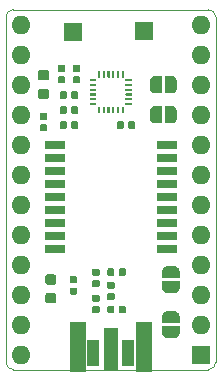
<source format=gbr>
%TF.GenerationSoftware,KiCad,Pcbnew,5.1.4-e60b266~84~ubuntu19.04.1*%
%TF.CreationDate,2020-03-13T22:18:47+00:00*%
%TF.ProjectId,ProMicro_GPS,50726f4d-6963-4726-9f5f-4750532e6b69,v2.2*%
%TF.SameCoordinates,Original*%
%TF.FileFunction,Soldermask,Top*%
%TF.FilePolarity,Negative*%
%FSLAX45Y45*%
G04 Gerber Fmt 4.5, Leading zero omitted, Abs format (unit mm)*
G04 Created by KiCad (PCBNEW 5.1.4-e60b266~84~ubuntu19.04.1) date 2020-03-13 22:18:47*
%MOMM*%
%LPD*%
G04 APERTURE LIST*
%ADD10C,0.100000*%
%ADD11C,0.500000*%
%ADD12C,0.150000*%
%ADD13O,1.600000X1.600000*%
%ADD14R,1.600000X1.600000*%
%ADD15R,1.500000X1.500000*%
%ADD16C,0.590000*%
%ADD17C,0.200000*%
%ADD18R,1.050000X2.200000*%
%ADD19R,1.000000X1.050000*%
%ADD20C,0.875000*%
%ADD21R,1.270000X3.600000*%
%ADD22R,1.350000X4.200000*%
%ADD23R,1.800000X0.700000*%
%ADD24R,1.800000X0.800000*%
G04 APERTURE END LIST*
D10*
X12255500Y-11303000D02*
G75*
G02X12192000Y-11239500I0J63500D01*
G01*
X12192000Y-8318500D02*
G75*
G02X12255500Y-8255000I63500J0D01*
G01*
X13906500Y-8255000D02*
G75*
G02X13970000Y-8318500I0J-63500D01*
G01*
X13970000Y-11239500D02*
G75*
G02X13906500Y-11303000I-63500J0D01*
G01*
X13970000Y-8318500D02*
X13970000Y-11239500D01*
X12255500Y-8255000D02*
X13906500Y-8255000D01*
X12192000Y-11239500D02*
X12192000Y-8318500D01*
X13906500Y-11303000D02*
X12255500Y-11303000D01*
D11*
X13589000Y-10987000D03*
D12*
G36*
X13664000Y-10937000D02*
G01*
X13664000Y-10987000D01*
X13663940Y-10987000D01*
X13663940Y-10989453D01*
X13663459Y-10994337D01*
X13662502Y-10999149D01*
X13661077Y-11003845D01*
X13659199Y-11008378D01*
X13656886Y-11012705D01*
X13654160Y-11016785D01*
X13651048Y-11020578D01*
X13647578Y-11024048D01*
X13643785Y-11027160D01*
X13639705Y-11029886D01*
X13635378Y-11032200D01*
X13630844Y-11034077D01*
X13626149Y-11035502D01*
X13621336Y-11036459D01*
X13616453Y-11036940D01*
X13614000Y-11036940D01*
X13614000Y-11037000D01*
X13564000Y-11037000D01*
X13564000Y-11036940D01*
X13561547Y-11036940D01*
X13556663Y-11036459D01*
X13551851Y-11035502D01*
X13547155Y-11034077D01*
X13542622Y-11032200D01*
X13538295Y-11029886D01*
X13534215Y-11027160D01*
X13530422Y-11024048D01*
X13526952Y-11020578D01*
X13523840Y-11016785D01*
X13521114Y-11012705D01*
X13518800Y-11008378D01*
X13516923Y-11003845D01*
X13515498Y-10999149D01*
X13514541Y-10994337D01*
X13514060Y-10989453D01*
X13514060Y-10987000D01*
X13514000Y-10987000D01*
X13514000Y-10937000D01*
X13664000Y-10937000D01*
X13664000Y-10937000D01*
G37*
D11*
X13589000Y-10857000D03*
D12*
G36*
X13514060Y-10857000D02*
G01*
X13514060Y-10854547D01*
X13514541Y-10849664D01*
X13515498Y-10844851D01*
X13516923Y-10840156D01*
X13518800Y-10835622D01*
X13521114Y-10831295D01*
X13523840Y-10827215D01*
X13526952Y-10823422D01*
X13530422Y-10819952D01*
X13534215Y-10816840D01*
X13538295Y-10814114D01*
X13542622Y-10811801D01*
X13547155Y-10809923D01*
X13551851Y-10808498D01*
X13556663Y-10807541D01*
X13561547Y-10807060D01*
X13564000Y-10807060D01*
X13564000Y-10807000D01*
X13614000Y-10807000D01*
X13614000Y-10807060D01*
X13616453Y-10807060D01*
X13621336Y-10807541D01*
X13626149Y-10808498D01*
X13630844Y-10809923D01*
X13635378Y-10811801D01*
X13639705Y-10814114D01*
X13643785Y-10816840D01*
X13647578Y-10819952D01*
X13651048Y-10823422D01*
X13654160Y-10827215D01*
X13656886Y-10831295D01*
X13659199Y-10835622D01*
X13661077Y-10840156D01*
X13662502Y-10844851D01*
X13663459Y-10849664D01*
X13663940Y-10854547D01*
X13663940Y-10857000D01*
X13664000Y-10857000D01*
X13664000Y-10907000D01*
X13514000Y-10907000D01*
X13514000Y-10857000D01*
X13514060Y-10857000D01*
X13514060Y-10857000D01*
G37*
D11*
X13589000Y-10476000D03*
D12*
G36*
X13514060Y-10476000D02*
G01*
X13514060Y-10473547D01*
X13514541Y-10468664D01*
X13515498Y-10463851D01*
X13516923Y-10459156D01*
X13518800Y-10454622D01*
X13521114Y-10450295D01*
X13523840Y-10446215D01*
X13526952Y-10442422D01*
X13530422Y-10438952D01*
X13534215Y-10435840D01*
X13538295Y-10433114D01*
X13542622Y-10430801D01*
X13547155Y-10428923D01*
X13551851Y-10427498D01*
X13556663Y-10426541D01*
X13561547Y-10426060D01*
X13564000Y-10426060D01*
X13564000Y-10426000D01*
X13614000Y-10426000D01*
X13614000Y-10426060D01*
X13616453Y-10426060D01*
X13621336Y-10426541D01*
X13626149Y-10427498D01*
X13630844Y-10428923D01*
X13635378Y-10430801D01*
X13639705Y-10433114D01*
X13643785Y-10435840D01*
X13647578Y-10438952D01*
X13651048Y-10442422D01*
X13654160Y-10446215D01*
X13656886Y-10450295D01*
X13659199Y-10454622D01*
X13661077Y-10459156D01*
X13662502Y-10463851D01*
X13663459Y-10468664D01*
X13663940Y-10473547D01*
X13663940Y-10476000D01*
X13664000Y-10476000D01*
X13664000Y-10526000D01*
X13514000Y-10526000D01*
X13514000Y-10476000D01*
X13514060Y-10476000D01*
X13514060Y-10476000D01*
G37*
D11*
X13589000Y-10606000D03*
D12*
G36*
X13664000Y-10556000D02*
G01*
X13664000Y-10606000D01*
X13663940Y-10606000D01*
X13663940Y-10608453D01*
X13663459Y-10613337D01*
X13662502Y-10618149D01*
X13661077Y-10622845D01*
X13659199Y-10627378D01*
X13656886Y-10631705D01*
X13654160Y-10635785D01*
X13651048Y-10639578D01*
X13647578Y-10643048D01*
X13643785Y-10646160D01*
X13639705Y-10648886D01*
X13635378Y-10651200D01*
X13630844Y-10653077D01*
X13626149Y-10654502D01*
X13621336Y-10655459D01*
X13616453Y-10655940D01*
X13614000Y-10655940D01*
X13614000Y-10656000D01*
X13564000Y-10656000D01*
X13564000Y-10655940D01*
X13561547Y-10655940D01*
X13556663Y-10655459D01*
X13551851Y-10654502D01*
X13547155Y-10653077D01*
X13542622Y-10651200D01*
X13538295Y-10648886D01*
X13534215Y-10646160D01*
X13530422Y-10643048D01*
X13526952Y-10639578D01*
X13523840Y-10635785D01*
X13521114Y-10631705D01*
X13518800Y-10627378D01*
X13516923Y-10622845D01*
X13515498Y-10618149D01*
X13514541Y-10613337D01*
X13514060Y-10608453D01*
X13514060Y-10606000D01*
X13514000Y-10606000D01*
X13514000Y-10556000D01*
X13664000Y-10556000D01*
X13664000Y-10556000D01*
G37*
D13*
X12319000Y-11176000D03*
X12319000Y-10922000D03*
X12319000Y-10668000D03*
X13843000Y-8382000D03*
X12319000Y-10414000D03*
X13843000Y-8636000D03*
X12319000Y-10160000D03*
X13843000Y-8890000D03*
X12319000Y-9906000D03*
X13843000Y-9144000D03*
X12319000Y-9652000D03*
X13843000Y-9398000D03*
X12319000Y-9398000D03*
X13843000Y-9652000D03*
X12319000Y-9144000D03*
X13843000Y-9906000D03*
X12319000Y-8890000D03*
X13843000Y-10160000D03*
X12319000Y-8636000D03*
X13843000Y-10414000D03*
X12319000Y-8382000D03*
X13843000Y-10668000D03*
X13843000Y-10922000D03*
D14*
X13843000Y-11176000D03*
D15*
X13360400Y-8432800D03*
X12763500Y-8445500D03*
D12*
G36*
X12693096Y-9200971D02*
G01*
X12694528Y-9201183D01*
X12695932Y-9201535D01*
X12697295Y-9202023D01*
X12698603Y-9202642D01*
X12699845Y-9203386D01*
X12701007Y-9204248D01*
X12702080Y-9205220D01*
X12703052Y-9206293D01*
X12703914Y-9207455D01*
X12704658Y-9208697D01*
X12705277Y-9210005D01*
X12705765Y-9211368D01*
X12706117Y-9212772D01*
X12706329Y-9214204D01*
X12706400Y-9215650D01*
X12706400Y-9250150D01*
X12706329Y-9251596D01*
X12706117Y-9253028D01*
X12705765Y-9254432D01*
X12705277Y-9255795D01*
X12704658Y-9257103D01*
X12703914Y-9258345D01*
X12703052Y-9259507D01*
X12702080Y-9260580D01*
X12701007Y-9261552D01*
X12699845Y-9262414D01*
X12698603Y-9263158D01*
X12697295Y-9263777D01*
X12695932Y-9264265D01*
X12694528Y-9264617D01*
X12693096Y-9264829D01*
X12691650Y-9264900D01*
X12662150Y-9264900D01*
X12660704Y-9264829D01*
X12659272Y-9264617D01*
X12657868Y-9264265D01*
X12656505Y-9263777D01*
X12655197Y-9263158D01*
X12653955Y-9262414D01*
X12652793Y-9261552D01*
X12651720Y-9260580D01*
X12650748Y-9259507D01*
X12649886Y-9258345D01*
X12649142Y-9257103D01*
X12648523Y-9255795D01*
X12648035Y-9254432D01*
X12647683Y-9253028D01*
X12647471Y-9251596D01*
X12647400Y-9250150D01*
X12647400Y-9215650D01*
X12647471Y-9214204D01*
X12647683Y-9212772D01*
X12648035Y-9211368D01*
X12648523Y-9210005D01*
X12649142Y-9208697D01*
X12649886Y-9207455D01*
X12650748Y-9206293D01*
X12651720Y-9205220D01*
X12652793Y-9204248D01*
X12653955Y-9203386D01*
X12655197Y-9202642D01*
X12656505Y-9202023D01*
X12657868Y-9201535D01*
X12659272Y-9201183D01*
X12660704Y-9200971D01*
X12662150Y-9200900D01*
X12691650Y-9200900D01*
X12693096Y-9200971D01*
X12693096Y-9200971D01*
G37*
D16*
X12676900Y-9232900D03*
D12*
G36*
X12790096Y-9200971D02*
G01*
X12791528Y-9201183D01*
X12792932Y-9201535D01*
X12794295Y-9202023D01*
X12795603Y-9202642D01*
X12796845Y-9203386D01*
X12798007Y-9204248D01*
X12799080Y-9205220D01*
X12800052Y-9206293D01*
X12800914Y-9207455D01*
X12801658Y-9208697D01*
X12802277Y-9210005D01*
X12802765Y-9211368D01*
X12803117Y-9212772D01*
X12803329Y-9214204D01*
X12803400Y-9215650D01*
X12803400Y-9250150D01*
X12803329Y-9251596D01*
X12803117Y-9253028D01*
X12802765Y-9254432D01*
X12802277Y-9255795D01*
X12801658Y-9257103D01*
X12800914Y-9258345D01*
X12800052Y-9259507D01*
X12799080Y-9260580D01*
X12798007Y-9261552D01*
X12796845Y-9262414D01*
X12795603Y-9263158D01*
X12794295Y-9263777D01*
X12792932Y-9264265D01*
X12791528Y-9264617D01*
X12790096Y-9264829D01*
X12788650Y-9264900D01*
X12759150Y-9264900D01*
X12757704Y-9264829D01*
X12756272Y-9264617D01*
X12754868Y-9264265D01*
X12753505Y-9263777D01*
X12752197Y-9263158D01*
X12750955Y-9262414D01*
X12749793Y-9261552D01*
X12748720Y-9260580D01*
X12747748Y-9259507D01*
X12746886Y-9258345D01*
X12746142Y-9257103D01*
X12745523Y-9255795D01*
X12745035Y-9254432D01*
X12744683Y-9253028D01*
X12744471Y-9251596D01*
X12744400Y-9250150D01*
X12744400Y-9215650D01*
X12744471Y-9214204D01*
X12744683Y-9212772D01*
X12745035Y-9211368D01*
X12745523Y-9210005D01*
X12746142Y-9208697D01*
X12746886Y-9207455D01*
X12747748Y-9206293D01*
X12748720Y-9205220D01*
X12749793Y-9204248D01*
X12750955Y-9203386D01*
X12752197Y-9202642D01*
X12753505Y-9202023D01*
X12754868Y-9201535D01*
X12756272Y-9201183D01*
X12757704Y-9200971D01*
X12759150Y-9200900D01*
X12788650Y-9200900D01*
X12790096Y-9200971D01*
X12790096Y-9200971D01*
G37*
D16*
X12773900Y-9232900D03*
D12*
G36*
X12680596Y-8723171D02*
G01*
X12682028Y-8723383D01*
X12683432Y-8723735D01*
X12684795Y-8724223D01*
X12686103Y-8724842D01*
X12687345Y-8725586D01*
X12688507Y-8726448D01*
X12689580Y-8727420D01*
X12690552Y-8728493D01*
X12691414Y-8729655D01*
X12692158Y-8730897D01*
X12692777Y-8732205D01*
X12693265Y-8733568D01*
X12693617Y-8734972D01*
X12693829Y-8736404D01*
X12693900Y-8737850D01*
X12693900Y-8767350D01*
X12693829Y-8768796D01*
X12693617Y-8770228D01*
X12693265Y-8771632D01*
X12692777Y-8772995D01*
X12692158Y-8774303D01*
X12691414Y-8775545D01*
X12690552Y-8776707D01*
X12689580Y-8777780D01*
X12688507Y-8778752D01*
X12687345Y-8779614D01*
X12686103Y-8780358D01*
X12684795Y-8780977D01*
X12683432Y-8781465D01*
X12682028Y-8781817D01*
X12680596Y-8782029D01*
X12679150Y-8782100D01*
X12644650Y-8782100D01*
X12643204Y-8782029D01*
X12641772Y-8781817D01*
X12640368Y-8781465D01*
X12639005Y-8780977D01*
X12637697Y-8780358D01*
X12636455Y-8779614D01*
X12635293Y-8778752D01*
X12634220Y-8777780D01*
X12633248Y-8776707D01*
X12632386Y-8775545D01*
X12631642Y-8774303D01*
X12631023Y-8772995D01*
X12630535Y-8771632D01*
X12630183Y-8770228D01*
X12629971Y-8768796D01*
X12629900Y-8767350D01*
X12629900Y-8737850D01*
X12629971Y-8736404D01*
X12630183Y-8734972D01*
X12630535Y-8733568D01*
X12631023Y-8732205D01*
X12631642Y-8730897D01*
X12632386Y-8729655D01*
X12633248Y-8728493D01*
X12634220Y-8727420D01*
X12635293Y-8726448D01*
X12636455Y-8725586D01*
X12637697Y-8724842D01*
X12639005Y-8724223D01*
X12640368Y-8723735D01*
X12641772Y-8723383D01*
X12643204Y-8723171D01*
X12644650Y-8723100D01*
X12679150Y-8723100D01*
X12680596Y-8723171D01*
X12680596Y-8723171D01*
G37*
D16*
X12661900Y-8752600D03*
D12*
G36*
X12680596Y-8820171D02*
G01*
X12682028Y-8820383D01*
X12683432Y-8820735D01*
X12684795Y-8821223D01*
X12686103Y-8821842D01*
X12687345Y-8822586D01*
X12688507Y-8823448D01*
X12689580Y-8824420D01*
X12690552Y-8825493D01*
X12691414Y-8826655D01*
X12692158Y-8827897D01*
X12692777Y-8829205D01*
X12693265Y-8830568D01*
X12693617Y-8831972D01*
X12693829Y-8833404D01*
X12693900Y-8834850D01*
X12693900Y-8864350D01*
X12693829Y-8865796D01*
X12693617Y-8867228D01*
X12693265Y-8868632D01*
X12692777Y-8869995D01*
X12692158Y-8871303D01*
X12691414Y-8872545D01*
X12690552Y-8873707D01*
X12689580Y-8874780D01*
X12688507Y-8875752D01*
X12687345Y-8876614D01*
X12686103Y-8877358D01*
X12684795Y-8877977D01*
X12683432Y-8878465D01*
X12682028Y-8878817D01*
X12680596Y-8879029D01*
X12679150Y-8879100D01*
X12644650Y-8879100D01*
X12643204Y-8879029D01*
X12641772Y-8878817D01*
X12640368Y-8878465D01*
X12639005Y-8877977D01*
X12637697Y-8877358D01*
X12636455Y-8876614D01*
X12635293Y-8875752D01*
X12634220Y-8874780D01*
X12633248Y-8873707D01*
X12632386Y-8872545D01*
X12631642Y-8871303D01*
X12631023Y-8869995D01*
X12630535Y-8868632D01*
X12630183Y-8867228D01*
X12629971Y-8865796D01*
X12629900Y-8864350D01*
X12629900Y-8834850D01*
X12629971Y-8833404D01*
X12630183Y-8831972D01*
X12630535Y-8830568D01*
X12631023Y-8829205D01*
X12631642Y-8827897D01*
X12632386Y-8826655D01*
X12633248Y-8825493D01*
X12634220Y-8824420D01*
X12635293Y-8823448D01*
X12636455Y-8822586D01*
X12637697Y-8821842D01*
X12639005Y-8821223D01*
X12640368Y-8820735D01*
X12641772Y-8820383D01*
X12643204Y-8820171D01*
X12644650Y-8820100D01*
X12679150Y-8820100D01*
X12680596Y-8820171D01*
X12680596Y-8820171D01*
G37*
D16*
X12661900Y-8849600D03*
D12*
G36*
X12807596Y-8723171D02*
G01*
X12809028Y-8723383D01*
X12810432Y-8723735D01*
X12811795Y-8724223D01*
X12813103Y-8724842D01*
X12814345Y-8725586D01*
X12815507Y-8726448D01*
X12816580Y-8727420D01*
X12817552Y-8728493D01*
X12818414Y-8729655D01*
X12819158Y-8730897D01*
X12819777Y-8732205D01*
X12820265Y-8733568D01*
X12820617Y-8734972D01*
X12820829Y-8736404D01*
X12820900Y-8737850D01*
X12820900Y-8767350D01*
X12820829Y-8768796D01*
X12820617Y-8770228D01*
X12820265Y-8771632D01*
X12819777Y-8772995D01*
X12819158Y-8774303D01*
X12818414Y-8775545D01*
X12817552Y-8776707D01*
X12816580Y-8777780D01*
X12815507Y-8778752D01*
X12814345Y-8779614D01*
X12813103Y-8780358D01*
X12811795Y-8780977D01*
X12810432Y-8781465D01*
X12809028Y-8781817D01*
X12807596Y-8782029D01*
X12806150Y-8782100D01*
X12771650Y-8782100D01*
X12770204Y-8782029D01*
X12768772Y-8781817D01*
X12767368Y-8781465D01*
X12766005Y-8780977D01*
X12764697Y-8780358D01*
X12763455Y-8779614D01*
X12762293Y-8778752D01*
X12761220Y-8777780D01*
X12760248Y-8776707D01*
X12759386Y-8775545D01*
X12758642Y-8774303D01*
X12758023Y-8772995D01*
X12757535Y-8771632D01*
X12757183Y-8770228D01*
X12756971Y-8768796D01*
X12756900Y-8767350D01*
X12756900Y-8737850D01*
X12756971Y-8736404D01*
X12757183Y-8734972D01*
X12757535Y-8733568D01*
X12758023Y-8732205D01*
X12758642Y-8730897D01*
X12759386Y-8729655D01*
X12760248Y-8728493D01*
X12761220Y-8727420D01*
X12762293Y-8726448D01*
X12763455Y-8725586D01*
X12764697Y-8724842D01*
X12766005Y-8724223D01*
X12767368Y-8723735D01*
X12768772Y-8723383D01*
X12770204Y-8723171D01*
X12771650Y-8723100D01*
X12806150Y-8723100D01*
X12807596Y-8723171D01*
X12807596Y-8723171D01*
G37*
D16*
X12788900Y-8752600D03*
D12*
G36*
X12807596Y-8820171D02*
G01*
X12809028Y-8820383D01*
X12810432Y-8820735D01*
X12811795Y-8821223D01*
X12813103Y-8821842D01*
X12814345Y-8822586D01*
X12815507Y-8823448D01*
X12816580Y-8824420D01*
X12817552Y-8825493D01*
X12818414Y-8826655D01*
X12819158Y-8827897D01*
X12819777Y-8829205D01*
X12820265Y-8830568D01*
X12820617Y-8831972D01*
X12820829Y-8833404D01*
X12820900Y-8834850D01*
X12820900Y-8864350D01*
X12820829Y-8865796D01*
X12820617Y-8867228D01*
X12820265Y-8868632D01*
X12819777Y-8869995D01*
X12819158Y-8871303D01*
X12818414Y-8872545D01*
X12817552Y-8873707D01*
X12816580Y-8874780D01*
X12815507Y-8875752D01*
X12814345Y-8876614D01*
X12813103Y-8877358D01*
X12811795Y-8877977D01*
X12810432Y-8878465D01*
X12809028Y-8878817D01*
X12807596Y-8879029D01*
X12806150Y-8879100D01*
X12771650Y-8879100D01*
X12770204Y-8879029D01*
X12768772Y-8878817D01*
X12767368Y-8878465D01*
X12766005Y-8877977D01*
X12764697Y-8877358D01*
X12763455Y-8876614D01*
X12762293Y-8875752D01*
X12761220Y-8874780D01*
X12760248Y-8873707D01*
X12759386Y-8872545D01*
X12758642Y-8871303D01*
X12758023Y-8869995D01*
X12757535Y-8868632D01*
X12757183Y-8867228D01*
X12756971Y-8865796D01*
X12756900Y-8864350D01*
X12756900Y-8834850D01*
X12756971Y-8833404D01*
X12757183Y-8831972D01*
X12757535Y-8830568D01*
X12758023Y-8829205D01*
X12758642Y-8827897D01*
X12759386Y-8826655D01*
X12760248Y-8825493D01*
X12761220Y-8824420D01*
X12762293Y-8823448D01*
X12763455Y-8822586D01*
X12764697Y-8821842D01*
X12766005Y-8821223D01*
X12767368Y-8820735D01*
X12768772Y-8820383D01*
X12770204Y-8820171D01*
X12771650Y-8820100D01*
X12806150Y-8820100D01*
X12807596Y-8820171D01*
X12807596Y-8820171D01*
G37*
D16*
X12788900Y-8849600D03*
D12*
G36*
X12693096Y-8946971D02*
G01*
X12694528Y-8947183D01*
X12695932Y-8947535D01*
X12697295Y-8948023D01*
X12698603Y-8948642D01*
X12699845Y-8949386D01*
X12701007Y-8950248D01*
X12702080Y-8951220D01*
X12703052Y-8952293D01*
X12703914Y-8953455D01*
X12704658Y-8954697D01*
X12705277Y-8956005D01*
X12705765Y-8957368D01*
X12706117Y-8958772D01*
X12706329Y-8960204D01*
X12706400Y-8961650D01*
X12706400Y-8996150D01*
X12706329Y-8997596D01*
X12706117Y-8999028D01*
X12705765Y-9000432D01*
X12705277Y-9001795D01*
X12704658Y-9003103D01*
X12703914Y-9004345D01*
X12703052Y-9005507D01*
X12702080Y-9006580D01*
X12701007Y-9007552D01*
X12699845Y-9008414D01*
X12698603Y-9009158D01*
X12697295Y-9009777D01*
X12695932Y-9010265D01*
X12694528Y-9010617D01*
X12693096Y-9010829D01*
X12691650Y-9010900D01*
X12662150Y-9010900D01*
X12660704Y-9010829D01*
X12659272Y-9010617D01*
X12657868Y-9010265D01*
X12656505Y-9009777D01*
X12655197Y-9009158D01*
X12653955Y-9008414D01*
X12652793Y-9007552D01*
X12651720Y-9006580D01*
X12650748Y-9005507D01*
X12649886Y-9004345D01*
X12649142Y-9003103D01*
X12648523Y-9001795D01*
X12648035Y-9000432D01*
X12647683Y-8999028D01*
X12647471Y-8997596D01*
X12647400Y-8996150D01*
X12647400Y-8961650D01*
X12647471Y-8960204D01*
X12647683Y-8958772D01*
X12648035Y-8957368D01*
X12648523Y-8956005D01*
X12649142Y-8954697D01*
X12649886Y-8953455D01*
X12650748Y-8952293D01*
X12651720Y-8951220D01*
X12652793Y-8950248D01*
X12653955Y-8949386D01*
X12655197Y-8948642D01*
X12656505Y-8948023D01*
X12657868Y-8947535D01*
X12659272Y-8947183D01*
X12660704Y-8946971D01*
X12662150Y-8946900D01*
X12691650Y-8946900D01*
X12693096Y-8946971D01*
X12693096Y-8946971D01*
G37*
D16*
X12676900Y-8978900D03*
D12*
G36*
X12790096Y-8946971D02*
G01*
X12791528Y-8947183D01*
X12792932Y-8947535D01*
X12794295Y-8948023D01*
X12795603Y-8948642D01*
X12796845Y-8949386D01*
X12798007Y-8950248D01*
X12799080Y-8951220D01*
X12800052Y-8952293D01*
X12800914Y-8953455D01*
X12801658Y-8954697D01*
X12802277Y-8956005D01*
X12802765Y-8957368D01*
X12803117Y-8958772D01*
X12803329Y-8960204D01*
X12803400Y-8961650D01*
X12803400Y-8996150D01*
X12803329Y-8997596D01*
X12803117Y-8999028D01*
X12802765Y-9000432D01*
X12802277Y-9001795D01*
X12801658Y-9003103D01*
X12800914Y-9004345D01*
X12800052Y-9005507D01*
X12799080Y-9006580D01*
X12798007Y-9007552D01*
X12796845Y-9008414D01*
X12795603Y-9009158D01*
X12794295Y-9009777D01*
X12792932Y-9010265D01*
X12791528Y-9010617D01*
X12790096Y-9010829D01*
X12788650Y-9010900D01*
X12759150Y-9010900D01*
X12757704Y-9010829D01*
X12756272Y-9010617D01*
X12754868Y-9010265D01*
X12753505Y-9009777D01*
X12752197Y-9009158D01*
X12750955Y-9008414D01*
X12749793Y-9007552D01*
X12748720Y-9006580D01*
X12747748Y-9005507D01*
X12746886Y-9004345D01*
X12746142Y-9003103D01*
X12745523Y-9001795D01*
X12745035Y-9000432D01*
X12744683Y-8999028D01*
X12744471Y-8997596D01*
X12744400Y-8996150D01*
X12744400Y-8961650D01*
X12744471Y-8960204D01*
X12744683Y-8958772D01*
X12745035Y-8957368D01*
X12745523Y-8956005D01*
X12746142Y-8954697D01*
X12746886Y-8953455D01*
X12747748Y-8952293D01*
X12748720Y-8951220D01*
X12749793Y-8950248D01*
X12750955Y-8949386D01*
X12752197Y-8948642D01*
X12753505Y-8948023D01*
X12754868Y-8947535D01*
X12756272Y-8947183D01*
X12757704Y-8946971D01*
X12759150Y-8946900D01*
X12788650Y-8946900D01*
X12790096Y-8946971D01*
X12790096Y-8946971D01*
G37*
D16*
X12773900Y-8978900D03*
D12*
G36*
X12693096Y-9073971D02*
G01*
X12694528Y-9074183D01*
X12695932Y-9074535D01*
X12697295Y-9075023D01*
X12698603Y-9075642D01*
X12699845Y-9076386D01*
X12701007Y-9077248D01*
X12702080Y-9078220D01*
X12703052Y-9079293D01*
X12703914Y-9080455D01*
X12704658Y-9081697D01*
X12705277Y-9083005D01*
X12705765Y-9084368D01*
X12706117Y-9085772D01*
X12706329Y-9087204D01*
X12706400Y-9088650D01*
X12706400Y-9123150D01*
X12706329Y-9124596D01*
X12706117Y-9126028D01*
X12705765Y-9127432D01*
X12705277Y-9128795D01*
X12704658Y-9130103D01*
X12703914Y-9131345D01*
X12703052Y-9132507D01*
X12702080Y-9133580D01*
X12701007Y-9134552D01*
X12699845Y-9135414D01*
X12698603Y-9136158D01*
X12697295Y-9136777D01*
X12695932Y-9137265D01*
X12694528Y-9137617D01*
X12693096Y-9137829D01*
X12691650Y-9137900D01*
X12662150Y-9137900D01*
X12660704Y-9137829D01*
X12659272Y-9137617D01*
X12657868Y-9137265D01*
X12656505Y-9136777D01*
X12655197Y-9136158D01*
X12653955Y-9135414D01*
X12652793Y-9134552D01*
X12651720Y-9133580D01*
X12650748Y-9132507D01*
X12649886Y-9131345D01*
X12649142Y-9130103D01*
X12648523Y-9128795D01*
X12648035Y-9127432D01*
X12647683Y-9126028D01*
X12647471Y-9124596D01*
X12647400Y-9123150D01*
X12647400Y-9088650D01*
X12647471Y-9087204D01*
X12647683Y-9085772D01*
X12648035Y-9084368D01*
X12648523Y-9083005D01*
X12649142Y-9081697D01*
X12649886Y-9080455D01*
X12650748Y-9079293D01*
X12651720Y-9078220D01*
X12652793Y-9077248D01*
X12653955Y-9076386D01*
X12655197Y-9075642D01*
X12656505Y-9075023D01*
X12657868Y-9074535D01*
X12659272Y-9074183D01*
X12660704Y-9073971D01*
X12662150Y-9073900D01*
X12691650Y-9073900D01*
X12693096Y-9073971D01*
X12693096Y-9073971D01*
G37*
D16*
X12676900Y-9105900D03*
D12*
G36*
X12790096Y-9073971D02*
G01*
X12791528Y-9074183D01*
X12792932Y-9074535D01*
X12794295Y-9075023D01*
X12795603Y-9075642D01*
X12796845Y-9076386D01*
X12798007Y-9077248D01*
X12799080Y-9078220D01*
X12800052Y-9079293D01*
X12800914Y-9080455D01*
X12801658Y-9081697D01*
X12802277Y-9083005D01*
X12802765Y-9084368D01*
X12803117Y-9085772D01*
X12803329Y-9087204D01*
X12803400Y-9088650D01*
X12803400Y-9123150D01*
X12803329Y-9124596D01*
X12803117Y-9126028D01*
X12802765Y-9127432D01*
X12802277Y-9128795D01*
X12801658Y-9130103D01*
X12800914Y-9131345D01*
X12800052Y-9132507D01*
X12799080Y-9133580D01*
X12798007Y-9134552D01*
X12796845Y-9135414D01*
X12795603Y-9136158D01*
X12794295Y-9136777D01*
X12792932Y-9137265D01*
X12791528Y-9137617D01*
X12790096Y-9137829D01*
X12788650Y-9137900D01*
X12759150Y-9137900D01*
X12757704Y-9137829D01*
X12756272Y-9137617D01*
X12754868Y-9137265D01*
X12753505Y-9136777D01*
X12752197Y-9136158D01*
X12750955Y-9135414D01*
X12749793Y-9134552D01*
X12748720Y-9133580D01*
X12747748Y-9132507D01*
X12746886Y-9131345D01*
X12746142Y-9130103D01*
X12745523Y-9128795D01*
X12745035Y-9127432D01*
X12744683Y-9126028D01*
X12744471Y-9124596D01*
X12744400Y-9123150D01*
X12744400Y-9088650D01*
X12744471Y-9087204D01*
X12744683Y-9085772D01*
X12745035Y-9084368D01*
X12745523Y-9083005D01*
X12746142Y-9081697D01*
X12746886Y-9080455D01*
X12747748Y-9079293D01*
X12748720Y-9078220D01*
X12749793Y-9077248D01*
X12750955Y-9076386D01*
X12752197Y-9075642D01*
X12753505Y-9075023D01*
X12754868Y-9074535D01*
X12756272Y-9074183D01*
X12757704Y-9073971D01*
X12759150Y-9073900D01*
X12788650Y-9073900D01*
X12790096Y-9073971D01*
X12790096Y-9073971D01*
G37*
D16*
X12773900Y-9105900D03*
D12*
G36*
X13272696Y-9200971D02*
G01*
X13274128Y-9201183D01*
X13275532Y-9201535D01*
X13276895Y-9202023D01*
X13278203Y-9202642D01*
X13279445Y-9203386D01*
X13280607Y-9204248D01*
X13281680Y-9205220D01*
X13282652Y-9206293D01*
X13283514Y-9207455D01*
X13284258Y-9208697D01*
X13284877Y-9210005D01*
X13285365Y-9211368D01*
X13285717Y-9212772D01*
X13285929Y-9214204D01*
X13286000Y-9215650D01*
X13286000Y-9250150D01*
X13285929Y-9251596D01*
X13285717Y-9253028D01*
X13285365Y-9254432D01*
X13284877Y-9255795D01*
X13284258Y-9257103D01*
X13283514Y-9258345D01*
X13282652Y-9259507D01*
X13281680Y-9260580D01*
X13280607Y-9261552D01*
X13279445Y-9262414D01*
X13278203Y-9263158D01*
X13276895Y-9263777D01*
X13275532Y-9264265D01*
X13274128Y-9264617D01*
X13272696Y-9264829D01*
X13271250Y-9264900D01*
X13241750Y-9264900D01*
X13240304Y-9264829D01*
X13238872Y-9264617D01*
X13237468Y-9264265D01*
X13236105Y-9263777D01*
X13234797Y-9263158D01*
X13233555Y-9262414D01*
X13232393Y-9261552D01*
X13231320Y-9260580D01*
X13230348Y-9259507D01*
X13229486Y-9258345D01*
X13228742Y-9257103D01*
X13228123Y-9255795D01*
X13227635Y-9254432D01*
X13227283Y-9253028D01*
X13227071Y-9251596D01*
X13227000Y-9250150D01*
X13227000Y-9215650D01*
X13227071Y-9214204D01*
X13227283Y-9212772D01*
X13227635Y-9211368D01*
X13228123Y-9210005D01*
X13228742Y-9208697D01*
X13229486Y-9207455D01*
X13230348Y-9206293D01*
X13231320Y-9205220D01*
X13232393Y-9204248D01*
X13233555Y-9203386D01*
X13234797Y-9202642D01*
X13236105Y-9202023D01*
X13237468Y-9201535D01*
X13238872Y-9201183D01*
X13240304Y-9200971D01*
X13241750Y-9200900D01*
X13271250Y-9200900D01*
X13272696Y-9200971D01*
X13272696Y-9200971D01*
G37*
D16*
X13256500Y-9232900D03*
D12*
G36*
X13175696Y-9200971D02*
G01*
X13177128Y-9201183D01*
X13178532Y-9201535D01*
X13179895Y-9202023D01*
X13181203Y-9202642D01*
X13182445Y-9203386D01*
X13183607Y-9204248D01*
X13184680Y-9205220D01*
X13185652Y-9206293D01*
X13186514Y-9207455D01*
X13187258Y-9208697D01*
X13187877Y-9210005D01*
X13188365Y-9211368D01*
X13188717Y-9212772D01*
X13188929Y-9214204D01*
X13189000Y-9215650D01*
X13189000Y-9250150D01*
X13188929Y-9251596D01*
X13188717Y-9253028D01*
X13188365Y-9254432D01*
X13187877Y-9255795D01*
X13187258Y-9257103D01*
X13186514Y-9258345D01*
X13185652Y-9259507D01*
X13184680Y-9260580D01*
X13183607Y-9261552D01*
X13182445Y-9262414D01*
X13181203Y-9263158D01*
X13179895Y-9263777D01*
X13178532Y-9264265D01*
X13177128Y-9264617D01*
X13175696Y-9264829D01*
X13174250Y-9264900D01*
X13144750Y-9264900D01*
X13143304Y-9264829D01*
X13141872Y-9264617D01*
X13140468Y-9264265D01*
X13139105Y-9263777D01*
X13137797Y-9263158D01*
X13136555Y-9262414D01*
X13135393Y-9261552D01*
X13134320Y-9260580D01*
X13133348Y-9259507D01*
X13132486Y-9258345D01*
X13131742Y-9257103D01*
X13131123Y-9255795D01*
X13130635Y-9254432D01*
X13130283Y-9253028D01*
X13130071Y-9251596D01*
X13130000Y-9250150D01*
X13130000Y-9215650D01*
X13130071Y-9214204D01*
X13130283Y-9212772D01*
X13130635Y-9211368D01*
X13131123Y-9210005D01*
X13131742Y-9208697D01*
X13132486Y-9207455D01*
X13133348Y-9206293D01*
X13134320Y-9205220D01*
X13135393Y-9204248D01*
X13136555Y-9203386D01*
X13137797Y-9202642D01*
X13139105Y-9202023D01*
X13140468Y-9201535D01*
X13141872Y-9201183D01*
X13143304Y-9200971D01*
X13144750Y-9200900D01*
X13174250Y-9200900D01*
X13175696Y-9200971D01*
X13175696Y-9200971D01*
G37*
D16*
X13159500Y-9232900D03*
D12*
G36*
X12986490Y-8776024D02*
G01*
X12986975Y-8776096D01*
X12987451Y-8776215D01*
X12987913Y-8776381D01*
X12988357Y-8776590D01*
X12988778Y-8776843D01*
X12989172Y-8777135D01*
X12989535Y-8777465D01*
X12989865Y-8777828D01*
X12990157Y-8778222D01*
X12990410Y-8778643D01*
X12990619Y-8779087D01*
X12990785Y-8779549D01*
X12990904Y-8780025D01*
X12990976Y-8780510D01*
X12991000Y-8781000D01*
X12991000Y-8826000D01*
X12990976Y-8826490D01*
X12990904Y-8826976D01*
X12990785Y-8827451D01*
X12990619Y-8827913D01*
X12990410Y-8828357D01*
X12990157Y-8828778D01*
X12989865Y-8829172D01*
X12989535Y-8829536D01*
X12989172Y-8829865D01*
X12988778Y-8830157D01*
X12988357Y-8830410D01*
X12987913Y-8830619D01*
X12987451Y-8830785D01*
X12986975Y-8830904D01*
X12986490Y-8830976D01*
X12986000Y-8831000D01*
X12976000Y-8831000D01*
X12975510Y-8830976D01*
X12975024Y-8830904D01*
X12974549Y-8830785D01*
X12974087Y-8830619D01*
X12973643Y-8830410D01*
X12973222Y-8830157D01*
X12972828Y-8829865D01*
X12972464Y-8829536D01*
X12972135Y-8829172D01*
X12971843Y-8828778D01*
X12971590Y-8828357D01*
X12971381Y-8827913D01*
X12971215Y-8827451D01*
X12971096Y-8826976D01*
X12971024Y-8826490D01*
X12971000Y-8826000D01*
X12971000Y-8781000D01*
X12971024Y-8780510D01*
X12971096Y-8780025D01*
X12971215Y-8779549D01*
X12971381Y-8779087D01*
X12971590Y-8778643D01*
X12971843Y-8778222D01*
X12972135Y-8777828D01*
X12972464Y-8777465D01*
X12972828Y-8777135D01*
X12973222Y-8776843D01*
X12973643Y-8776590D01*
X12974087Y-8776381D01*
X12974549Y-8776215D01*
X12975024Y-8776096D01*
X12975510Y-8776024D01*
X12976000Y-8776000D01*
X12986000Y-8776000D01*
X12986490Y-8776024D01*
X12986490Y-8776024D01*
G37*
D17*
X12981000Y-8803500D03*
D12*
G36*
X13026490Y-8776024D02*
G01*
X13026975Y-8776096D01*
X13027451Y-8776215D01*
X13027913Y-8776381D01*
X13028357Y-8776590D01*
X13028778Y-8776843D01*
X13029172Y-8777135D01*
X13029535Y-8777465D01*
X13029865Y-8777828D01*
X13030157Y-8778222D01*
X13030410Y-8778643D01*
X13030619Y-8779087D01*
X13030785Y-8779549D01*
X13030904Y-8780025D01*
X13030976Y-8780510D01*
X13031000Y-8781000D01*
X13031000Y-8826000D01*
X13030976Y-8826490D01*
X13030904Y-8826976D01*
X13030785Y-8827451D01*
X13030619Y-8827913D01*
X13030410Y-8828357D01*
X13030157Y-8828778D01*
X13029865Y-8829172D01*
X13029535Y-8829536D01*
X13029172Y-8829865D01*
X13028778Y-8830157D01*
X13028357Y-8830410D01*
X13027913Y-8830619D01*
X13027451Y-8830785D01*
X13026975Y-8830904D01*
X13026490Y-8830976D01*
X13026000Y-8831000D01*
X13016000Y-8831000D01*
X13015510Y-8830976D01*
X13015024Y-8830904D01*
X13014549Y-8830785D01*
X13014087Y-8830619D01*
X13013643Y-8830410D01*
X13013222Y-8830157D01*
X13012828Y-8829865D01*
X13012464Y-8829536D01*
X13012135Y-8829172D01*
X13011843Y-8828778D01*
X13011590Y-8828357D01*
X13011381Y-8827913D01*
X13011215Y-8827451D01*
X13011096Y-8826976D01*
X13011024Y-8826490D01*
X13011000Y-8826000D01*
X13011000Y-8781000D01*
X13011024Y-8780510D01*
X13011096Y-8780025D01*
X13011215Y-8779549D01*
X13011381Y-8779087D01*
X13011590Y-8778643D01*
X13011843Y-8778222D01*
X13012135Y-8777828D01*
X13012464Y-8777465D01*
X13012828Y-8777135D01*
X13013222Y-8776843D01*
X13013643Y-8776590D01*
X13014087Y-8776381D01*
X13014549Y-8776215D01*
X13015024Y-8776096D01*
X13015510Y-8776024D01*
X13016000Y-8776000D01*
X13026000Y-8776000D01*
X13026490Y-8776024D01*
X13026490Y-8776024D01*
G37*
D17*
X13021000Y-8803500D03*
D12*
G36*
X13066490Y-8776024D02*
G01*
X13066975Y-8776096D01*
X13067451Y-8776215D01*
X13067913Y-8776381D01*
X13068357Y-8776590D01*
X13068778Y-8776843D01*
X13069172Y-8777135D01*
X13069535Y-8777465D01*
X13069865Y-8777828D01*
X13070157Y-8778222D01*
X13070410Y-8778643D01*
X13070619Y-8779087D01*
X13070785Y-8779549D01*
X13070904Y-8780025D01*
X13070976Y-8780510D01*
X13071000Y-8781000D01*
X13071000Y-8826000D01*
X13070976Y-8826490D01*
X13070904Y-8826976D01*
X13070785Y-8827451D01*
X13070619Y-8827913D01*
X13070410Y-8828357D01*
X13070157Y-8828778D01*
X13069865Y-8829172D01*
X13069535Y-8829536D01*
X13069172Y-8829865D01*
X13068778Y-8830157D01*
X13068357Y-8830410D01*
X13067913Y-8830619D01*
X13067451Y-8830785D01*
X13066975Y-8830904D01*
X13066490Y-8830976D01*
X13066000Y-8831000D01*
X13056000Y-8831000D01*
X13055510Y-8830976D01*
X13055024Y-8830904D01*
X13054549Y-8830785D01*
X13054087Y-8830619D01*
X13053643Y-8830410D01*
X13053222Y-8830157D01*
X13052828Y-8829865D01*
X13052464Y-8829536D01*
X13052135Y-8829172D01*
X13051843Y-8828778D01*
X13051590Y-8828357D01*
X13051381Y-8827913D01*
X13051215Y-8827451D01*
X13051096Y-8826976D01*
X13051024Y-8826490D01*
X13051000Y-8826000D01*
X13051000Y-8781000D01*
X13051024Y-8780510D01*
X13051096Y-8780025D01*
X13051215Y-8779549D01*
X13051381Y-8779087D01*
X13051590Y-8778643D01*
X13051843Y-8778222D01*
X13052135Y-8777828D01*
X13052464Y-8777465D01*
X13052828Y-8777135D01*
X13053222Y-8776843D01*
X13053643Y-8776590D01*
X13054087Y-8776381D01*
X13054549Y-8776215D01*
X13055024Y-8776096D01*
X13055510Y-8776024D01*
X13056000Y-8776000D01*
X13066000Y-8776000D01*
X13066490Y-8776024D01*
X13066490Y-8776024D01*
G37*
D17*
X13061000Y-8803500D03*
D12*
G36*
X13106490Y-8776024D02*
G01*
X13106975Y-8776096D01*
X13107451Y-8776215D01*
X13107913Y-8776381D01*
X13108357Y-8776590D01*
X13108778Y-8776843D01*
X13109172Y-8777135D01*
X13109535Y-8777465D01*
X13109865Y-8777828D01*
X13110157Y-8778222D01*
X13110410Y-8778643D01*
X13110619Y-8779087D01*
X13110785Y-8779549D01*
X13110904Y-8780025D01*
X13110976Y-8780510D01*
X13111000Y-8781000D01*
X13111000Y-8826000D01*
X13110976Y-8826490D01*
X13110904Y-8826976D01*
X13110785Y-8827451D01*
X13110619Y-8827913D01*
X13110410Y-8828357D01*
X13110157Y-8828778D01*
X13109865Y-8829172D01*
X13109535Y-8829536D01*
X13109172Y-8829865D01*
X13108778Y-8830157D01*
X13108357Y-8830410D01*
X13107913Y-8830619D01*
X13107451Y-8830785D01*
X13106975Y-8830904D01*
X13106490Y-8830976D01*
X13106000Y-8831000D01*
X13096000Y-8831000D01*
X13095510Y-8830976D01*
X13095024Y-8830904D01*
X13094549Y-8830785D01*
X13094087Y-8830619D01*
X13093643Y-8830410D01*
X13093222Y-8830157D01*
X13092828Y-8829865D01*
X13092464Y-8829536D01*
X13092135Y-8829172D01*
X13091843Y-8828778D01*
X13091590Y-8828357D01*
X13091381Y-8827913D01*
X13091215Y-8827451D01*
X13091096Y-8826976D01*
X13091024Y-8826490D01*
X13091000Y-8826000D01*
X13091000Y-8781000D01*
X13091024Y-8780510D01*
X13091096Y-8780025D01*
X13091215Y-8779549D01*
X13091381Y-8779087D01*
X13091590Y-8778643D01*
X13091843Y-8778222D01*
X13092135Y-8777828D01*
X13092464Y-8777465D01*
X13092828Y-8777135D01*
X13093222Y-8776843D01*
X13093643Y-8776590D01*
X13094087Y-8776381D01*
X13094549Y-8776215D01*
X13095024Y-8776096D01*
X13095510Y-8776024D01*
X13096000Y-8776000D01*
X13106000Y-8776000D01*
X13106490Y-8776024D01*
X13106490Y-8776024D01*
G37*
D17*
X13101000Y-8803500D03*
D12*
G36*
X13146490Y-8776024D02*
G01*
X13146975Y-8776096D01*
X13147451Y-8776215D01*
X13147913Y-8776381D01*
X13148357Y-8776590D01*
X13148778Y-8776843D01*
X13149172Y-8777135D01*
X13149535Y-8777465D01*
X13149865Y-8777828D01*
X13150157Y-8778222D01*
X13150410Y-8778643D01*
X13150619Y-8779087D01*
X13150785Y-8779549D01*
X13150904Y-8780025D01*
X13150976Y-8780510D01*
X13151000Y-8781000D01*
X13151000Y-8826000D01*
X13150976Y-8826490D01*
X13150904Y-8826976D01*
X13150785Y-8827451D01*
X13150619Y-8827913D01*
X13150410Y-8828357D01*
X13150157Y-8828778D01*
X13149865Y-8829172D01*
X13149535Y-8829536D01*
X13149172Y-8829865D01*
X13148778Y-8830157D01*
X13148357Y-8830410D01*
X13147913Y-8830619D01*
X13147451Y-8830785D01*
X13146975Y-8830904D01*
X13146490Y-8830976D01*
X13146000Y-8831000D01*
X13136000Y-8831000D01*
X13135510Y-8830976D01*
X13135024Y-8830904D01*
X13134549Y-8830785D01*
X13134087Y-8830619D01*
X13133643Y-8830410D01*
X13133222Y-8830157D01*
X13132828Y-8829865D01*
X13132464Y-8829536D01*
X13132135Y-8829172D01*
X13131843Y-8828778D01*
X13131590Y-8828357D01*
X13131381Y-8827913D01*
X13131215Y-8827451D01*
X13131096Y-8826976D01*
X13131024Y-8826490D01*
X13131000Y-8826000D01*
X13131000Y-8781000D01*
X13131024Y-8780510D01*
X13131096Y-8780025D01*
X13131215Y-8779549D01*
X13131381Y-8779087D01*
X13131590Y-8778643D01*
X13131843Y-8778222D01*
X13132135Y-8777828D01*
X13132464Y-8777465D01*
X13132828Y-8777135D01*
X13133222Y-8776843D01*
X13133643Y-8776590D01*
X13134087Y-8776381D01*
X13134549Y-8776215D01*
X13135024Y-8776096D01*
X13135510Y-8776024D01*
X13136000Y-8776000D01*
X13146000Y-8776000D01*
X13146490Y-8776024D01*
X13146490Y-8776024D01*
G37*
D17*
X13141000Y-8803500D03*
D12*
G36*
X13186490Y-8776024D02*
G01*
X13186975Y-8776096D01*
X13187451Y-8776215D01*
X13187913Y-8776381D01*
X13188357Y-8776590D01*
X13188778Y-8776843D01*
X13189172Y-8777135D01*
X13189535Y-8777465D01*
X13189865Y-8777828D01*
X13190157Y-8778222D01*
X13190410Y-8778643D01*
X13190619Y-8779087D01*
X13190785Y-8779549D01*
X13190904Y-8780025D01*
X13190976Y-8780510D01*
X13191000Y-8781000D01*
X13191000Y-8826000D01*
X13190976Y-8826490D01*
X13190904Y-8826976D01*
X13190785Y-8827451D01*
X13190619Y-8827913D01*
X13190410Y-8828357D01*
X13190157Y-8828778D01*
X13189865Y-8829172D01*
X13189535Y-8829536D01*
X13189172Y-8829865D01*
X13188778Y-8830157D01*
X13188357Y-8830410D01*
X13187913Y-8830619D01*
X13187451Y-8830785D01*
X13186975Y-8830904D01*
X13186490Y-8830976D01*
X13186000Y-8831000D01*
X13176000Y-8831000D01*
X13175510Y-8830976D01*
X13175024Y-8830904D01*
X13174549Y-8830785D01*
X13174087Y-8830619D01*
X13173643Y-8830410D01*
X13173222Y-8830157D01*
X13172828Y-8829865D01*
X13172464Y-8829536D01*
X13172135Y-8829172D01*
X13171843Y-8828778D01*
X13171590Y-8828357D01*
X13171381Y-8827913D01*
X13171215Y-8827451D01*
X13171096Y-8826976D01*
X13171024Y-8826490D01*
X13171000Y-8826000D01*
X13171000Y-8781000D01*
X13171024Y-8780510D01*
X13171096Y-8780025D01*
X13171215Y-8779549D01*
X13171381Y-8779087D01*
X13171590Y-8778643D01*
X13171843Y-8778222D01*
X13172135Y-8777828D01*
X13172464Y-8777465D01*
X13172828Y-8777135D01*
X13173222Y-8776843D01*
X13173643Y-8776590D01*
X13174087Y-8776381D01*
X13174549Y-8776215D01*
X13175024Y-8776096D01*
X13175510Y-8776024D01*
X13176000Y-8776000D01*
X13186000Y-8776000D01*
X13186490Y-8776024D01*
X13186490Y-8776024D01*
G37*
D17*
X13181000Y-8803500D03*
D12*
G36*
X13253990Y-8843524D02*
G01*
X13254475Y-8843596D01*
X13254951Y-8843715D01*
X13255413Y-8843881D01*
X13255857Y-8844090D01*
X13256278Y-8844343D01*
X13256672Y-8844635D01*
X13257035Y-8844965D01*
X13257365Y-8845328D01*
X13257657Y-8845722D01*
X13257910Y-8846143D01*
X13258119Y-8846587D01*
X13258285Y-8847049D01*
X13258404Y-8847525D01*
X13258476Y-8848010D01*
X13258500Y-8848500D01*
X13258500Y-8858500D01*
X13258476Y-8858990D01*
X13258404Y-8859476D01*
X13258285Y-8859951D01*
X13258119Y-8860413D01*
X13257910Y-8860857D01*
X13257657Y-8861278D01*
X13257365Y-8861672D01*
X13257035Y-8862036D01*
X13256672Y-8862365D01*
X13256278Y-8862657D01*
X13255857Y-8862910D01*
X13255413Y-8863119D01*
X13254951Y-8863285D01*
X13254475Y-8863404D01*
X13253990Y-8863476D01*
X13253500Y-8863500D01*
X13208500Y-8863500D01*
X13208010Y-8863476D01*
X13207524Y-8863404D01*
X13207049Y-8863285D01*
X13206587Y-8863119D01*
X13206143Y-8862910D01*
X13205722Y-8862657D01*
X13205328Y-8862365D01*
X13204964Y-8862036D01*
X13204635Y-8861672D01*
X13204343Y-8861278D01*
X13204090Y-8860857D01*
X13203881Y-8860413D01*
X13203715Y-8859951D01*
X13203596Y-8859476D01*
X13203524Y-8858990D01*
X13203500Y-8858500D01*
X13203500Y-8848500D01*
X13203524Y-8848010D01*
X13203596Y-8847525D01*
X13203715Y-8847049D01*
X13203881Y-8846587D01*
X13204090Y-8846143D01*
X13204343Y-8845722D01*
X13204635Y-8845328D01*
X13204964Y-8844965D01*
X13205328Y-8844635D01*
X13205722Y-8844343D01*
X13206143Y-8844090D01*
X13206587Y-8843881D01*
X13207049Y-8843715D01*
X13207524Y-8843596D01*
X13208010Y-8843524D01*
X13208500Y-8843500D01*
X13253500Y-8843500D01*
X13253990Y-8843524D01*
X13253990Y-8843524D01*
G37*
D17*
X13231000Y-8853500D03*
D12*
G36*
X13253990Y-8883524D02*
G01*
X13254475Y-8883596D01*
X13254951Y-8883715D01*
X13255413Y-8883881D01*
X13255857Y-8884090D01*
X13256278Y-8884343D01*
X13256672Y-8884635D01*
X13257035Y-8884965D01*
X13257365Y-8885328D01*
X13257657Y-8885722D01*
X13257910Y-8886143D01*
X13258119Y-8886587D01*
X13258285Y-8887049D01*
X13258404Y-8887525D01*
X13258476Y-8888010D01*
X13258500Y-8888500D01*
X13258500Y-8898500D01*
X13258476Y-8898990D01*
X13258404Y-8899476D01*
X13258285Y-8899951D01*
X13258119Y-8900413D01*
X13257910Y-8900857D01*
X13257657Y-8901278D01*
X13257365Y-8901672D01*
X13257035Y-8902036D01*
X13256672Y-8902365D01*
X13256278Y-8902657D01*
X13255857Y-8902910D01*
X13255413Y-8903119D01*
X13254951Y-8903285D01*
X13254475Y-8903404D01*
X13253990Y-8903476D01*
X13253500Y-8903500D01*
X13208500Y-8903500D01*
X13208010Y-8903476D01*
X13207524Y-8903404D01*
X13207049Y-8903285D01*
X13206587Y-8903119D01*
X13206143Y-8902910D01*
X13205722Y-8902657D01*
X13205328Y-8902365D01*
X13204964Y-8902036D01*
X13204635Y-8901672D01*
X13204343Y-8901278D01*
X13204090Y-8900857D01*
X13203881Y-8900413D01*
X13203715Y-8899951D01*
X13203596Y-8899476D01*
X13203524Y-8898990D01*
X13203500Y-8898500D01*
X13203500Y-8888500D01*
X13203524Y-8888010D01*
X13203596Y-8887525D01*
X13203715Y-8887049D01*
X13203881Y-8886587D01*
X13204090Y-8886143D01*
X13204343Y-8885722D01*
X13204635Y-8885328D01*
X13204964Y-8884965D01*
X13205328Y-8884635D01*
X13205722Y-8884343D01*
X13206143Y-8884090D01*
X13206587Y-8883881D01*
X13207049Y-8883715D01*
X13207524Y-8883596D01*
X13208010Y-8883524D01*
X13208500Y-8883500D01*
X13253500Y-8883500D01*
X13253990Y-8883524D01*
X13253990Y-8883524D01*
G37*
D17*
X13231000Y-8893500D03*
D12*
G36*
X13253990Y-8923524D02*
G01*
X13254475Y-8923596D01*
X13254951Y-8923715D01*
X13255413Y-8923881D01*
X13255857Y-8924090D01*
X13256278Y-8924343D01*
X13256672Y-8924635D01*
X13257035Y-8924965D01*
X13257365Y-8925328D01*
X13257657Y-8925722D01*
X13257910Y-8926143D01*
X13258119Y-8926587D01*
X13258285Y-8927049D01*
X13258404Y-8927525D01*
X13258476Y-8928010D01*
X13258500Y-8928500D01*
X13258500Y-8938500D01*
X13258476Y-8938990D01*
X13258404Y-8939476D01*
X13258285Y-8939951D01*
X13258119Y-8940413D01*
X13257910Y-8940857D01*
X13257657Y-8941278D01*
X13257365Y-8941672D01*
X13257035Y-8942036D01*
X13256672Y-8942365D01*
X13256278Y-8942657D01*
X13255857Y-8942910D01*
X13255413Y-8943119D01*
X13254951Y-8943285D01*
X13254475Y-8943404D01*
X13253990Y-8943476D01*
X13253500Y-8943500D01*
X13208500Y-8943500D01*
X13208010Y-8943476D01*
X13207524Y-8943404D01*
X13207049Y-8943285D01*
X13206587Y-8943119D01*
X13206143Y-8942910D01*
X13205722Y-8942657D01*
X13205328Y-8942365D01*
X13204964Y-8942036D01*
X13204635Y-8941672D01*
X13204343Y-8941278D01*
X13204090Y-8940857D01*
X13203881Y-8940413D01*
X13203715Y-8939951D01*
X13203596Y-8939476D01*
X13203524Y-8938990D01*
X13203500Y-8938500D01*
X13203500Y-8928500D01*
X13203524Y-8928010D01*
X13203596Y-8927525D01*
X13203715Y-8927049D01*
X13203881Y-8926587D01*
X13204090Y-8926143D01*
X13204343Y-8925722D01*
X13204635Y-8925328D01*
X13204964Y-8924965D01*
X13205328Y-8924635D01*
X13205722Y-8924343D01*
X13206143Y-8924090D01*
X13206587Y-8923881D01*
X13207049Y-8923715D01*
X13207524Y-8923596D01*
X13208010Y-8923524D01*
X13208500Y-8923500D01*
X13253500Y-8923500D01*
X13253990Y-8923524D01*
X13253990Y-8923524D01*
G37*
D17*
X13231000Y-8933500D03*
D12*
G36*
X13253990Y-8963524D02*
G01*
X13254475Y-8963596D01*
X13254951Y-8963715D01*
X13255413Y-8963881D01*
X13255857Y-8964090D01*
X13256278Y-8964343D01*
X13256672Y-8964635D01*
X13257035Y-8964965D01*
X13257365Y-8965328D01*
X13257657Y-8965722D01*
X13257910Y-8966143D01*
X13258119Y-8966587D01*
X13258285Y-8967049D01*
X13258404Y-8967525D01*
X13258476Y-8968010D01*
X13258500Y-8968500D01*
X13258500Y-8978500D01*
X13258476Y-8978990D01*
X13258404Y-8979476D01*
X13258285Y-8979951D01*
X13258119Y-8980413D01*
X13257910Y-8980857D01*
X13257657Y-8981278D01*
X13257365Y-8981672D01*
X13257035Y-8982036D01*
X13256672Y-8982365D01*
X13256278Y-8982657D01*
X13255857Y-8982910D01*
X13255413Y-8983119D01*
X13254951Y-8983285D01*
X13254475Y-8983404D01*
X13253990Y-8983476D01*
X13253500Y-8983500D01*
X13208500Y-8983500D01*
X13208010Y-8983476D01*
X13207524Y-8983404D01*
X13207049Y-8983285D01*
X13206587Y-8983119D01*
X13206143Y-8982910D01*
X13205722Y-8982657D01*
X13205328Y-8982365D01*
X13204964Y-8982036D01*
X13204635Y-8981672D01*
X13204343Y-8981278D01*
X13204090Y-8980857D01*
X13203881Y-8980413D01*
X13203715Y-8979951D01*
X13203596Y-8979476D01*
X13203524Y-8978990D01*
X13203500Y-8978500D01*
X13203500Y-8968500D01*
X13203524Y-8968010D01*
X13203596Y-8967525D01*
X13203715Y-8967049D01*
X13203881Y-8966587D01*
X13204090Y-8966143D01*
X13204343Y-8965722D01*
X13204635Y-8965328D01*
X13204964Y-8964965D01*
X13205328Y-8964635D01*
X13205722Y-8964343D01*
X13206143Y-8964090D01*
X13206587Y-8963881D01*
X13207049Y-8963715D01*
X13207524Y-8963596D01*
X13208010Y-8963524D01*
X13208500Y-8963500D01*
X13253500Y-8963500D01*
X13253990Y-8963524D01*
X13253990Y-8963524D01*
G37*
D17*
X13231000Y-8973500D03*
D12*
G36*
X13253990Y-9003524D02*
G01*
X13254475Y-9003596D01*
X13254951Y-9003715D01*
X13255413Y-9003881D01*
X13255857Y-9004090D01*
X13256278Y-9004343D01*
X13256672Y-9004635D01*
X13257035Y-9004965D01*
X13257365Y-9005328D01*
X13257657Y-9005722D01*
X13257910Y-9006143D01*
X13258119Y-9006587D01*
X13258285Y-9007049D01*
X13258404Y-9007525D01*
X13258476Y-9008010D01*
X13258500Y-9008500D01*
X13258500Y-9018500D01*
X13258476Y-9018990D01*
X13258404Y-9019476D01*
X13258285Y-9019951D01*
X13258119Y-9020413D01*
X13257910Y-9020857D01*
X13257657Y-9021278D01*
X13257365Y-9021672D01*
X13257035Y-9022036D01*
X13256672Y-9022365D01*
X13256278Y-9022657D01*
X13255857Y-9022910D01*
X13255413Y-9023119D01*
X13254951Y-9023285D01*
X13254475Y-9023404D01*
X13253990Y-9023476D01*
X13253500Y-9023500D01*
X13208500Y-9023500D01*
X13208010Y-9023476D01*
X13207524Y-9023404D01*
X13207049Y-9023285D01*
X13206587Y-9023119D01*
X13206143Y-9022910D01*
X13205722Y-9022657D01*
X13205328Y-9022365D01*
X13204964Y-9022036D01*
X13204635Y-9021672D01*
X13204343Y-9021278D01*
X13204090Y-9020857D01*
X13203881Y-9020413D01*
X13203715Y-9019951D01*
X13203596Y-9019476D01*
X13203524Y-9018990D01*
X13203500Y-9018500D01*
X13203500Y-9008500D01*
X13203524Y-9008010D01*
X13203596Y-9007525D01*
X13203715Y-9007049D01*
X13203881Y-9006587D01*
X13204090Y-9006143D01*
X13204343Y-9005722D01*
X13204635Y-9005328D01*
X13204964Y-9004965D01*
X13205328Y-9004635D01*
X13205722Y-9004343D01*
X13206143Y-9004090D01*
X13206587Y-9003881D01*
X13207049Y-9003715D01*
X13207524Y-9003596D01*
X13208010Y-9003524D01*
X13208500Y-9003500D01*
X13253500Y-9003500D01*
X13253990Y-9003524D01*
X13253990Y-9003524D01*
G37*
D17*
X13231000Y-9013500D03*
D12*
G36*
X13253990Y-9043524D02*
G01*
X13254475Y-9043596D01*
X13254951Y-9043715D01*
X13255413Y-9043881D01*
X13255857Y-9044090D01*
X13256278Y-9044343D01*
X13256672Y-9044635D01*
X13257035Y-9044965D01*
X13257365Y-9045328D01*
X13257657Y-9045722D01*
X13257910Y-9046143D01*
X13258119Y-9046587D01*
X13258285Y-9047049D01*
X13258404Y-9047525D01*
X13258476Y-9048010D01*
X13258500Y-9048500D01*
X13258500Y-9058500D01*
X13258476Y-9058990D01*
X13258404Y-9059476D01*
X13258285Y-9059951D01*
X13258119Y-9060413D01*
X13257910Y-9060857D01*
X13257657Y-9061278D01*
X13257365Y-9061672D01*
X13257035Y-9062036D01*
X13256672Y-9062365D01*
X13256278Y-9062657D01*
X13255857Y-9062910D01*
X13255413Y-9063119D01*
X13254951Y-9063285D01*
X13254475Y-9063404D01*
X13253990Y-9063476D01*
X13253500Y-9063500D01*
X13208500Y-9063500D01*
X13208010Y-9063476D01*
X13207524Y-9063404D01*
X13207049Y-9063285D01*
X13206587Y-9063119D01*
X13206143Y-9062910D01*
X13205722Y-9062657D01*
X13205328Y-9062365D01*
X13204964Y-9062036D01*
X13204635Y-9061672D01*
X13204343Y-9061278D01*
X13204090Y-9060857D01*
X13203881Y-9060413D01*
X13203715Y-9059951D01*
X13203596Y-9059476D01*
X13203524Y-9058990D01*
X13203500Y-9058500D01*
X13203500Y-9048500D01*
X13203524Y-9048010D01*
X13203596Y-9047525D01*
X13203715Y-9047049D01*
X13203881Y-9046587D01*
X13204090Y-9046143D01*
X13204343Y-9045722D01*
X13204635Y-9045328D01*
X13204964Y-9044965D01*
X13205328Y-9044635D01*
X13205722Y-9044343D01*
X13206143Y-9044090D01*
X13206587Y-9043881D01*
X13207049Y-9043715D01*
X13207524Y-9043596D01*
X13208010Y-9043524D01*
X13208500Y-9043500D01*
X13253500Y-9043500D01*
X13253990Y-9043524D01*
X13253990Y-9043524D01*
G37*
D17*
X13231000Y-9053500D03*
D12*
G36*
X13186490Y-9076024D02*
G01*
X13186975Y-9076096D01*
X13187451Y-9076215D01*
X13187913Y-9076381D01*
X13188357Y-9076590D01*
X13188778Y-9076843D01*
X13189172Y-9077135D01*
X13189535Y-9077465D01*
X13189865Y-9077828D01*
X13190157Y-9078222D01*
X13190410Y-9078643D01*
X13190619Y-9079087D01*
X13190785Y-9079549D01*
X13190904Y-9080025D01*
X13190976Y-9080510D01*
X13191000Y-9081000D01*
X13191000Y-9126000D01*
X13190976Y-9126490D01*
X13190904Y-9126976D01*
X13190785Y-9127451D01*
X13190619Y-9127913D01*
X13190410Y-9128357D01*
X13190157Y-9128778D01*
X13189865Y-9129172D01*
X13189535Y-9129536D01*
X13189172Y-9129865D01*
X13188778Y-9130157D01*
X13188357Y-9130410D01*
X13187913Y-9130619D01*
X13187451Y-9130785D01*
X13186975Y-9130904D01*
X13186490Y-9130976D01*
X13186000Y-9131000D01*
X13176000Y-9131000D01*
X13175510Y-9130976D01*
X13175024Y-9130904D01*
X13174549Y-9130785D01*
X13174087Y-9130619D01*
X13173643Y-9130410D01*
X13173222Y-9130157D01*
X13172828Y-9129865D01*
X13172464Y-9129536D01*
X13172135Y-9129172D01*
X13171843Y-9128778D01*
X13171590Y-9128357D01*
X13171381Y-9127913D01*
X13171215Y-9127451D01*
X13171096Y-9126976D01*
X13171024Y-9126490D01*
X13171000Y-9126000D01*
X13171000Y-9081000D01*
X13171024Y-9080510D01*
X13171096Y-9080025D01*
X13171215Y-9079549D01*
X13171381Y-9079087D01*
X13171590Y-9078643D01*
X13171843Y-9078222D01*
X13172135Y-9077828D01*
X13172464Y-9077465D01*
X13172828Y-9077135D01*
X13173222Y-9076843D01*
X13173643Y-9076590D01*
X13174087Y-9076381D01*
X13174549Y-9076215D01*
X13175024Y-9076096D01*
X13175510Y-9076024D01*
X13176000Y-9076000D01*
X13186000Y-9076000D01*
X13186490Y-9076024D01*
X13186490Y-9076024D01*
G37*
D17*
X13181000Y-9103500D03*
D12*
G36*
X13146490Y-9076024D02*
G01*
X13146975Y-9076096D01*
X13147451Y-9076215D01*
X13147913Y-9076381D01*
X13148357Y-9076590D01*
X13148778Y-9076843D01*
X13149172Y-9077135D01*
X13149535Y-9077465D01*
X13149865Y-9077828D01*
X13150157Y-9078222D01*
X13150410Y-9078643D01*
X13150619Y-9079087D01*
X13150785Y-9079549D01*
X13150904Y-9080025D01*
X13150976Y-9080510D01*
X13151000Y-9081000D01*
X13151000Y-9126000D01*
X13150976Y-9126490D01*
X13150904Y-9126976D01*
X13150785Y-9127451D01*
X13150619Y-9127913D01*
X13150410Y-9128357D01*
X13150157Y-9128778D01*
X13149865Y-9129172D01*
X13149535Y-9129536D01*
X13149172Y-9129865D01*
X13148778Y-9130157D01*
X13148357Y-9130410D01*
X13147913Y-9130619D01*
X13147451Y-9130785D01*
X13146975Y-9130904D01*
X13146490Y-9130976D01*
X13146000Y-9131000D01*
X13136000Y-9131000D01*
X13135510Y-9130976D01*
X13135024Y-9130904D01*
X13134549Y-9130785D01*
X13134087Y-9130619D01*
X13133643Y-9130410D01*
X13133222Y-9130157D01*
X13132828Y-9129865D01*
X13132464Y-9129536D01*
X13132135Y-9129172D01*
X13131843Y-9128778D01*
X13131590Y-9128357D01*
X13131381Y-9127913D01*
X13131215Y-9127451D01*
X13131096Y-9126976D01*
X13131024Y-9126490D01*
X13131000Y-9126000D01*
X13131000Y-9081000D01*
X13131024Y-9080510D01*
X13131096Y-9080025D01*
X13131215Y-9079549D01*
X13131381Y-9079087D01*
X13131590Y-9078643D01*
X13131843Y-9078222D01*
X13132135Y-9077828D01*
X13132464Y-9077465D01*
X13132828Y-9077135D01*
X13133222Y-9076843D01*
X13133643Y-9076590D01*
X13134087Y-9076381D01*
X13134549Y-9076215D01*
X13135024Y-9076096D01*
X13135510Y-9076024D01*
X13136000Y-9076000D01*
X13146000Y-9076000D01*
X13146490Y-9076024D01*
X13146490Y-9076024D01*
G37*
D17*
X13141000Y-9103500D03*
D12*
G36*
X13106490Y-9076024D02*
G01*
X13106975Y-9076096D01*
X13107451Y-9076215D01*
X13107913Y-9076381D01*
X13108357Y-9076590D01*
X13108778Y-9076843D01*
X13109172Y-9077135D01*
X13109535Y-9077465D01*
X13109865Y-9077828D01*
X13110157Y-9078222D01*
X13110410Y-9078643D01*
X13110619Y-9079087D01*
X13110785Y-9079549D01*
X13110904Y-9080025D01*
X13110976Y-9080510D01*
X13111000Y-9081000D01*
X13111000Y-9126000D01*
X13110976Y-9126490D01*
X13110904Y-9126976D01*
X13110785Y-9127451D01*
X13110619Y-9127913D01*
X13110410Y-9128357D01*
X13110157Y-9128778D01*
X13109865Y-9129172D01*
X13109535Y-9129536D01*
X13109172Y-9129865D01*
X13108778Y-9130157D01*
X13108357Y-9130410D01*
X13107913Y-9130619D01*
X13107451Y-9130785D01*
X13106975Y-9130904D01*
X13106490Y-9130976D01*
X13106000Y-9131000D01*
X13096000Y-9131000D01*
X13095510Y-9130976D01*
X13095024Y-9130904D01*
X13094549Y-9130785D01*
X13094087Y-9130619D01*
X13093643Y-9130410D01*
X13093222Y-9130157D01*
X13092828Y-9129865D01*
X13092464Y-9129536D01*
X13092135Y-9129172D01*
X13091843Y-9128778D01*
X13091590Y-9128357D01*
X13091381Y-9127913D01*
X13091215Y-9127451D01*
X13091096Y-9126976D01*
X13091024Y-9126490D01*
X13091000Y-9126000D01*
X13091000Y-9081000D01*
X13091024Y-9080510D01*
X13091096Y-9080025D01*
X13091215Y-9079549D01*
X13091381Y-9079087D01*
X13091590Y-9078643D01*
X13091843Y-9078222D01*
X13092135Y-9077828D01*
X13092464Y-9077465D01*
X13092828Y-9077135D01*
X13093222Y-9076843D01*
X13093643Y-9076590D01*
X13094087Y-9076381D01*
X13094549Y-9076215D01*
X13095024Y-9076096D01*
X13095510Y-9076024D01*
X13096000Y-9076000D01*
X13106000Y-9076000D01*
X13106490Y-9076024D01*
X13106490Y-9076024D01*
G37*
D17*
X13101000Y-9103500D03*
D12*
G36*
X13066490Y-9076024D02*
G01*
X13066975Y-9076096D01*
X13067451Y-9076215D01*
X13067913Y-9076381D01*
X13068357Y-9076590D01*
X13068778Y-9076843D01*
X13069172Y-9077135D01*
X13069535Y-9077465D01*
X13069865Y-9077828D01*
X13070157Y-9078222D01*
X13070410Y-9078643D01*
X13070619Y-9079087D01*
X13070785Y-9079549D01*
X13070904Y-9080025D01*
X13070976Y-9080510D01*
X13071000Y-9081000D01*
X13071000Y-9126000D01*
X13070976Y-9126490D01*
X13070904Y-9126976D01*
X13070785Y-9127451D01*
X13070619Y-9127913D01*
X13070410Y-9128357D01*
X13070157Y-9128778D01*
X13069865Y-9129172D01*
X13069535Y-9129536D01*
X13069172Y-9129865D01*
X13068778Y-9130157D01*
X13068357Y-9130410D01*
X13067913Y-9130619D01*
X13067451Y-9130785D01*
X13066975Y-9130904D01*
X13066490Y-9130976D01*
X13066000Y-9131000D01*
X13056000Y-9131000D01*
X13055510Y-9130976D01*
X13055024Y-9130904D01*
X13054549Y-9130785D01*
X13054087Y-9130619D01*
X13053643Y-9130410D01*
X13053222Y-9130157D01*
X13052828Y-9129865D01*
X13052464Y-9129536D01*
X13052135Y-9129172D01*
X13051843Y-9128778D01*
X13051590Y-9128357D01*
X13051381Y-9127913D01*
X13051215Y-9127451D01*
X13051096Y-9126976D01*
X13051024Y-9126490D01*
X13051000Y-9126000D01*
X13051000Y-9081000D01*
X13051024Y-9080510D01*
X13051096Y-9080025D01*
X13051215Y-9079549D01*
X13051381Y-9079087D01*
X13051590Y-9078643D01*
X13051843Y-9078222D01*
X13052135Y-9077828D01*
X13052464Y-9077465D01*
X13052828Y-9077135D01*
X13053222Y-9076843D01*
X13053643Y-9076590D01*
X13054087Y-9076381D01*
X13054549Y-9076215D01*
X13055024Y-9076096D01*
X13055510Y-9076024D01*
X13056000Y-9076000D01*
X13066000Y-9076000D01*
X13066490Y-9076024D01*
X13066490Y-9076024D01*
G37*
D17*
X13061000Y-9103500D03*
D12*
G36*
X13026490Y-9076024D02*
G01*
X13026975Y-9076096D01*
X13027451Y-9076215D01*
X13027913Y-9076381D01*
X13028357Y-9076590D01*
X13028778Y-9076843D01*
X13029172Y-9077135D01*
X13029535Y-9077465D01*
X13029865Y-9077828D01*
X13030157Y-9078222D01*
X13030410Y-9078643D01*
X13030619Y-9079087D01*
X13030785Y-9079549D01*
X13030904Y-9080025D01*
X13030976Y-9080510D01*
X13031000Y-9081000D01*
X13031000Y-9126000D01*
X13030976Y-9126490D01*
X13030904Y-9126976D01*
X13030785Y-9127451D01*
X13030619Y-9127913D01*
X13030410Y-9128357D01*
X13030157Y-9128778D01*
X13029865Y-9129172D01*
X13029535Y-9129536D01*
X13029172Y-9129865D01*
X13028778Y-9130157D01*
X13028357Y-9130410D01*
X13027913Y-9130619D01*
X13027451Y-9130785D01*
X13026975Y-9130904D01*
X13026490Y-9130976D01*
X13026000Y-9131000D01*
X13016000Y-9131000D01*
X13015510Y-9130976D01*
X13015024Y-9130904D01*
X13014549Y-9130785D01*
X13014087Y-9130619D01*
X13013643Y-9130410D01*
X13013222Y-9130157D01*
X13012828Y-9129865D01*
X13012464Y-9129536D01*
X13012135Y-9129172D01*
X13011843Y-9128778D01*
X13011590Y-9128357D01*
X13011381Y-9127913D01*
X13011215Y-9127451D01*
X13011096Y-9126976D01*
X13011024Y-9126490D01*
X13011000Y-9126000D01*
X13011000Y-9081000D01*
X13011024Y-9080510D01*
X13011096Y-9080025D01*
X13011215Y-9079549D01*
X13011381Y-9079087D01*
X13011590Y-9078643D01*
X13011843Y-9078222D01*
X13012135Y-9077828D01*
X13012464Y-9077465D01*
X13012828Y-9077135D01*
X13013222Y-9076843D01*
X13013643Y-9076590D01*
X13014087Y-9076381D01*
X13014549Y-9076215D01*
X13015024Y-9076096D01*
X13015510Y-9076024D01*
X13016000Y-9076000D01*
X13026000Y-9076000D01*
X13026490Y-9076024D01*
X13026490Y-9076024D01*
G37*
D17*
X13021000Y-9103500D03*
D12*
G36*
X12986490Y-9076024D02*
G01*
X12986975Y-9076096D01*
X12987451Y-9076215D01*
X12987913Y-9076381D01*
X12988357Y-9076590D01*
X12988778Y-9076843D01*
X12989172Y-9077135D01*
X12989535Y-9077465D01*
X12989865Y-9077828D01*
X12990157Y-9078222D01*
X12990410Y-9078643D01*
X12990619Y-9079087D01*
X12990785Y-9079549D01*
X12990904Y-9080025D01*
X12990976Y-9080510D01*
X12991000Y-9081000D01*
X12991000Y-9126000D01*
X12990976Y-9126490D01*
X12990904Y-9126976D01*
X12990785Y-9127451D01*
X12990619Y-9127913D01*
X12990410Y-9128357D01*
X12990157Y-9128778D01*
X12989865Y-9129172D01*
X12989535Y-9129536D01*
X12989172Y-9129865D01*
X12988778Y-9130157D01*
X12988357Y-9130410D01*
X12987913Y-9130619D01*
X12987451Y-9130785D01*
X12986975Y-9130904D01*
X12986490Y-9130976D01*
X12986000Y-9131000D01*
X12976000Y-9131000D01*
X12975510Y-9130976D01*
X12975024Y-9130904D01*
X12974549Y-9130785D01*
X12974087Y-9130619D01*
X12973643Y-9130410D01*
X12973222Y-9130157D01*
X12972828Y-9129865D01*
X12972464Y-9129536D01*
X12972135Y-9129172D01*
X12971843Y-9128778D01*
X12971590Y-9128357D01*
X12971381Y-9127913D01*
X12971215Y-9127451D01*
X12971096Y-9126976D01*
X12971024Y-9126490D01*
X12971000Y-9126000D01*
X12971000Y-9081000D01*
X12971024Y-9080510D01*
X12971096Y-9080025D01*
X12971215Y-9079549D01*
X12971381Y-9079087D01*
X12971590Y-9078643D01*
X12971843Y-9078222D01*
X12972135Y-9077828D01*
X12972464Y-9077465D01*
X12972828Y-9077135D01*
X12973222Y-9076843D01*
X12973643Y-9076590D01*
X12974087Y-9076381D01*
X12974549Y-9076215D01*
X12975024Y-9076096D01*
X12975510Y-9076024D01*
X12976000Y-9076000D01*
X12986000Y-9076000D01*
X12986490Y-9076024D01*
X12986490Y-9076024D01*
G37*
D17*
X12981000Y-9103500D03*
D12*
G36*
X12953990Y-9043524D02*
G01*
X12954475Y-9043596D01*
X12954951Y-9043715D01*
X12955413Y-9043881D01*
X12955857Y-9044090D01*
X12956278Y-9044343D01*
X12956672Y-9044635D01*
X12957035Y-9044965D01*
X12957365Y-9045328D01*
X12957657Y-9045722D01*
X12957910Y-9046143D01*
X12958119Y-9046587D01*
X12958285Y-9047049D01*
X12958404Y-9047525D01*
X12958476Y-9048010D01*
X12958500Y-9048500D01*
X12958500Y-9058500D01*
X12958476Y-9058990D01*
X12958404Y-9059476D01*
X12958285Y-9059951D01*
X12958119Y-9060413D01*
X12957910Y-9060857D01*
X12957657Y-9061278D01*
X12957365Y-9061672D01*
X12957035Y-9062036D01*
X12956672Y-9062365D01*
X12956278Y-9062657D01*
X12955857Y-9062910D01*
X12955413Y-9063119D01*
X12954951Y-9063285D01*
X12954475Y-9063404D01*
X12953990Y-9063476D01*
X12953500Y-9063500D01*
X12908500Y-9063500D01*
X12908010Y-9063476D01*
X12907524Y-9063404D01*
X12907049Y-9063285D01*
X12906587Y-9063119D01*
X12906143Y-9062910D01*
X12905722Y-9062657D01*
X12905328Y-9062365D01*
X12904964Y-9062036D01*
X12904635Y-9061672D01*
X12904343Y-9061278D01*
X12904090Y-9060857D01*
X12903881Y-9060413D01*
X12903715Y-9059951D01*
X12903596Y-9059476D01*
X12903524Y-9058990D01*
X12903500Y-9058500D01*
X12903500Y-9048500D01*
X12903524Y-9048010D01*
X12903596Y-9047525D01*
X12903715Y-9047049D01*
X12903881Y-9046587D01*
X12904090Y-9046143D01*
X12904343Y-9045722D01*
X12904635Y-9045328D01*
X12904964Y-9044965D01*
X12905328Y-9044635D01*
X12905722Y-9044343D01*
X12906143Y-9044090D01*
X12906587Y-9043881D01*
X12907049Y-9043715D01*
X12907524Y-9043596D01*
X12908010Y-9043524D01*
X12908500Y-9043500D01*
X12953500Y-9043500D01*
X12953990Y-9043524D01*
X12953990Y-9043524D01*
G37*
D17*
X12931000Y-9053500D03*
D12*
G36*
X12953990Y-9003524D02*
G01*
X12954475Y-9003596D01*
X12954951Y-9003715D01*
X12955413Y-9003881D01*
X12955857Y-9004090D01*
X12956278Y-9004343D01*
X12956672Y-9004635D01*
X12957035Y-9004965D01*
X12957365Y-9005328D01*
X12957657Y-9005722D01*
X12957910Y-9006143D01*
X12958119Y-9006587D01*
X12958285Y-9007049D01*
X12958404Y-9007525D01*
X12958476Y-9008010D01*
X12958500Y-9008500D01*
X12958500Y-9018500D01*
X12958476Y-9018990D01*
X12958404Y-9019476D01*
X12958285Y-9019951D01*
X12958119Y-9020413D01*
X12957910Y-9020857D01*
X12957657Y-9021278D01*
X12957365Y-9021672D01*
X12957035Y-9022036D01*
X12956672Y-9022365D01*
X12956278Y-9022657D01*
X12955857Y-9022910D01*
X12955413Y-9023119D01*
X12954951Y-9023285D01*
X12954475Y-9023404D01*
X12953990Y-9023476D01*
X12953500Y-9023500D01*
X12908500Y-9023500D01*
X12908010Y-9023476D01*
X12907524Y-9023404D01*
X12907049Y-9023285D01*
X12906587Y-9023119D01*
X12906143Y-9022910D01*
X12905722Y-9022657D01*
X12905328Y-9022365D01*
X12904964Y-9022036D01*
X12904635Y-9021672D01*
X12904343Y-9021278D01*
X12904090Y-9020857D01*
X12903881Y-9020413D01*
X12903715Y-9019951D01*
X12903596Y-9019476D01*
X12903524Y-9018990D01*
X12903500Y-9018500D01*
X12903500Y-9008500D01*
X12903524Y-9008010D01*
X12903596Y-9007525D01*
X12903715Y-9007049D01*
X12903881Y-9006587D01*
X12904090Y-9006143D01*
X12904343Y-9005722D01*
X12904635Y-9005328D01*
X12904964Y-9004965D01*
X12905328Y-9004635D01*
X12905722Y-9004343D01*
X12906143Y-9004090D01*
X12906587Y-9003881D01*
X12907049Y-9003715D01*
X12907524Y-9003596D01*
X12908010Y-9003524D01*
X12908500Y-9003500D01*
X12953500Y-9003500D01*
X12953990Y-9003524D01*
X12953990Y-9003524D01*
G37*
D17*
X12931000Y-9013500D03*
D12*
G36*
X12953990Y-8963524D02*
G01*
X12954475Y-8963596D01*
X12954951Y-8963715D01*
X12955413Y-8963881D01*
X12955857Y-8964090D01*
X12956278Y-8964343D01*
X12956672Y-8964635D01*
X12957035Y-8964965D01*
X12957365Y-8965328D01*
X12957657Y-8965722D01*
X12957910Y-8966143D01*
X12958119Y-8966587D01*
X12958285Y-8967049D01*
X12958404Y-8967525D01*
X12958476Y-8968010D01*
X12958500Y-8968500D01*
X12958500Y-8978500D01*
X12958476Y-8978990D01*
X12958404Y-8979476D01*
X12958285Y-8979951D01*
X12958119Y-8980413D01*
X12957910Y-8980857D01*
X12957657Y-8981278D01*
X12957365Y-8981672D01*
X12957035Y-8982036D01*
X12956672Y-8982365D01*
X12956278Y-8982657D01*
X12955857Y-8982910D01*
X12955413Y-8983119D01*
X12954951Y-8983285D01*
X12954475Y-8983404D01*
X12953990Y-8983476D01*
X12953500Y-8983500D01*
X12908500Y-8983500D01*
X12908010Y-8983476D01*
X12907524Y-8983404D01*
X12907049Y-8983285D01*
X12906587Y-8983119D01*
X12906143Y-8982910D01*
X12905722Y-8982657D01*
X12905328Y-8982365D01*
X12904964Y-8982036D01*
X12904635Y-8981672D01*
X12904343Y-8981278D01*
X12904090Y-8980857D01*
X12903881Y-8980413D01*
X12903715Y-8979951D01*
X12903596Y-8979476D01*
X12903524Y-8978990D01*
X12903500Y-8978500D01*
X12903500Y-8968500D01*
X12903524Y-8968010D01*
X12903596Y-8967525D01*
X12903715Y-8967049D01*
X12903881Y-8966587D01*
X12904090Y-8966143D01*
X12904343Y-8965722D01*
X12904635Y-8965328D01*
X12904964Y-8964965D01*
X12905328Y-8964635D01*
X12905722Y-8964343D01*
X12906143Y-8964090D01*
X12906587Y-8963881D01*
X12907049Y-8963715D01*
X12907524Y-8963596D01*
X12908010Y-8963524D01*
X12908500Y-8963500D01*
X12953500Y-8963500D01*
X12953990Y-8963524D01*
X12953990Y-8963524D01*
G37*
D17*
X12931000Y-8973500D03*
D12*
G36*
X12953990Y-8923524D02*
G01*
X12954475Y-8923596D01*
X12954951Y-8923715D01*
X12955413Y-8923881D01*
X12955857Y-8924090D01*
X12956278Y-8924343D01*
X12956672Y-8924635D01*
X12957035Y-8924965D01*
X12957365Y-8925328D01*
X12957657Y-8925722D01*
X12957910Y-8926143D01*
X12958119Y-8926587D01*
X12958285Y-8927049D01*
X12958404Y-8927525D01*
X12958476Y-8928010D01*
X12958500Y-8928500D01*
X12958500Y-8938500D01*
X12958476Y-8938990D01*
X12958404Y-8939476D01*
X12958285Y-8939951D01*
X12958119Y-8940413D01*
X12957910Y-8940857D01*
X12957657Y-8941278D01*
X12957365Y-8941672D01*
X12957035Y-8942036D01*
X12956672Y-8942365D01*
X12956278Y-8942657D01*
X12955857Y-8942910D01*
X12955413Y-8943119D01*
X12954951Y-8943285D01*
X12954475Y-8943404D01*
X12953990Y-8943476D01*
X12953500Y-8943500D01*
X12908500Y-8943500D01*
X12908010Y-8943476D01*
X12907524Y-8943404D01*
X12907049Y-8943285D01*
X12906587Y-8943119D01*
X12906143Y-8942910D01*
X12905722Y-8942657D01*
X12905328Y-8942365D01*
X12904964Y-8942036D01*
X12904635Y-8941672D01*
X12904343Y-8941278D01*
X12904090Y-8940857D01*
X12903881Y-8940413D01*
X12903715Y-8939951D01*
X12903596Y-8939476D01*
X12903524Y-8938990D01*
X12903500Y-8938500D01*
X12903500Y-8928500D01*
X12903524Y-8928010D01*
X12903596Y-8927525D01*
X12903715Y-8927049D01*
X12903881Y-8926587D01*
X12904090Y-8926143D01*
X12904343Y-8925722D01*
X12904635Y-8925328D01*
X12904964Y-8924965D01*
X12905328Y-8924635D01*
X12905722Y-8924343D01*
X12906143Y-8924090D01*
X12906587Y-8923881D01*
X12907049Y-8923715D01*
X12907524Y-8923596D01*
X12908010Y-8923524D01*
X12908500Y-8923500D01*
X12953500Y-8923500D01*
X12953990Y-8923524D01*
X12953990Y-8923524D01*
G37*
D17*
X12931000Y-8933500D03*
D12*
G36*
X12953990Y-8883524D02*
G01*
X12954475Y-8883596D01*
X12954951Y-8883715D01*
X12955413Y-8883881D01*
X12955857Y-8884090D01*
X12956278Y-8884343D01*
X12956672Y-8884635D01*
X12957035Y-8884965D01*
X12957365Y-8885328D01*
X12957657Y-8885722D01*
X12957910Y-8886143D01*
X12958119Y-8886587D01*
X12958285Y-8887049D01*
X12958404Y-8887525D01*
X12958476Y-8888010D01*
X12958500Y-8888500D01*
X12958500Y-8898500D01*
X12958476Y-8898990D01*
X12958404Y-8899476D01*
X12958285Y-8899951D01*
X12958119Y-8900413D01*
X12957910Y-8900857D01*
X12957657Y-8901278D01*
X12957365Y-8901672D01*
X12957035Y-8902036D01*
X12956672Y-8902365D01*
X12956278Y-8902657D01*
X12955857Y-8902910D01*
X12955413Y-8903119D01*
X12954951Y-8903285D01*
X12954475Y-8903404D01*
X12953990Y-8903476D01*
X12953500Y-8903500D01*
X12908500Y-8903500D01*
X12908010Y-8903476D01*
X12907524Y-8903404D01*
X12907049Y-8903285D01*
X12906587Y-8903119D01*
X12906143Y-8902910D01*
X12905722Y-8902657D01*
X12905328Y-8902365D01*
X12904964Y-8902036D01*
X12904635Y-8901672D01*
X12904343Y-8901278D01*
X12904090Y-8900857D01*
X12903881Y-8900413D01*
X12903715Y-8899951D01*
X12903596Y-8899476D01*
X12903524Y-8898990D01*
X12903500Y-8898500D01*
X12903500Y-8888500D01*
X12903524Y-8888010D01*
X12903596Y-8887525D01*
X12903715Y-8887049D01*
X12903881Y-8886587D01*
X12904090Y-8886143D01*
X12904343Y-8885722D01*
X12904635Y-8885328D01*
X12904964Y-8884965D01*
X12905328Y-8884635D01*
X12905722Y-8884343D01*
X12906143Y-8884090D01*
X12906587Y-8883881D01*
X12907049Y-8883715D01*
X12907524Y-8883596D01*
X12908010Y-8883524D01*
X12908500Y-8883500D01*
X12953500Y-8883500D01*
X12953990Y-8883524D01*
X12953990Y-8883524D01*
G37*
D17*
X12931000Y-8893500D03*
D12*
G36*
X12953990Y-8843524D02*
G01*
X12954475Y-8843596D01*
X12954951Y-8843715D01*
X12955413Y-8843881D01*
X12955857Y-8844090D01*
X12956278Y-8844343D01*
X12956672Y-8844635D01*
X12957035Y-8844965D01*
X12957365Y-8845328D01*
X12957657Y-8845722D01*
X12957910Y-8846143D01*
X12958119Y-8846587D01*
X12958285Y-8847049D01*
X12958404Y-8847525D01*
X12958476Y-8848010D01*
X12958500Y-8848500D01*
X12958500Y-8858500D01*
X12958476Y-8858990D01*
X12958404Y-8859476D01*
X12958285Y-8859951D01*
X12958119Y-8860413D01*
X12957910Y-8860857D01*
X12957657Y-8861278D01*
X12957365Y-8861672D01*
X12957035Y-8862036D01*
X12956672Y-8862365D01*
X12956278Y-8862657D01*
X12955857Y-8862910D01*
X12955413Y-8863119D01*
X12954951Y-8863285D01*
X12954475Y-8863404D01*
X12953990Y-8863476D01*
X12953500Y-8863500D01*
X12908500Y-8863500D01*
X12908010Y-8863476D01*
X12907524Y-8863404D01*
X12907049Y-8863285D01*
X12906587Y-8863119D01*
X12906143Y-8862910D01*
X12905722Y-8862657D01*
X12905328Y-8862365D01*
X12904964Y-8862036D01*
X12904635Y-8861672D01*
X12904343Y-8861278D01*
X12904090Y-8860857D01*
X12903881Y-8860413D01*
X12903715Y-8859951D01*
X12903596Y-8859476D01*
X12903524Y-8858990D01*
X12903500Y-8858500D01*
X12903500Y-8848500D01*
X12903524Y-8848010D01*
X12903596Y-8847525D01*
X12903715Y-8847049D01*
X12903881Y-8846587D01*
X12904090Y-8846143D01*
X12904343Y-8845722D01*
X12904635Y-8845328D01*
X12904964Y-8844965D01*
X12905328Y-8844635D01*
X12905722Y-8844343D01*
X12906143Y-8844090D01*
X12906587Y-8843881D01*
X12907049Y-8843715D01*
X12907524Y-8843596D01*
X12908010Y-8843524D01*
X12908500Y-8843500D01*
X12953500Y-8843500D01*
X12953990Y-8843524D01*
X12953990Y-8843524D01*
G37*
D17*
X12931000Y-8853500D03*
D11*
X13590500Y-8890000D03*
D12*
G36*
X13590500Y-8815060D02*
G01*
X13592953Y-8815060D01*
X13597836Y-8815541D01*
X13602649Y-8816498D01*
X13607344Y-8817923D01*
X13611878Y-8819801D01*
X13616205Y-8822114D01*
X13620285Y-8824840D01*
X13624078Y-8827952D01*
X13627548Y-8831422D01*
X13630660Y-8835215D01*
X13633386Y-8839295D01*
X13635699Y-8843622D01*
X13637577Y-8848156D01*
X13639002Y-8852851D01*
X13639959Y-8857664D01*
X13640440Y-8862547D01*
X13640440Y-8865000D01*
X13640500Y-8865000D01*
X13640500Y-8915000D01*
X13640440Y-8915000D01*
X13640440Y-8917453D01*
X13639959Y-8922337D01*
X13639002Y-8927149D01*
X13637577Y-8931845D01*
X13635699Y-8936378D01*
X13633386Y-8940705D01*
X13630660Y-8944785D01*
X13627548Y-8948578D01*
X13624078Y-8952048D01*
X13620285Y-8955160D01*
X13616205Y-8957886D01*
X13611878Y-8960200D01*
X13607344Y-8962077D01*
X13602649Y-8963502D01*
X13597836Y-8964459D01*
X13592953Y-8964940D01*
X13590500Y-8964940D01*
X13590500Y-8965000D01*
X13540500Y-8965000D01*
X13540500Y-8815000D01*
X13590500Y-8815000D01*
X13590500Y-8815060D01*
X13590500Y-8815060D01*
G37*
D11*
X13460500Y-8890000D03*
D12*
G36*
X13510500Y-8965000D02*
G01*
X13460500Y-8965000D01*
X13460500Y-8964940D01*
X13458047Y-8964940D01*
X13453163Y-8964459D01*
X13448351Y-8963502D01*
X13443655Y-8962077D01*
X13439122Y-8960200D01*
X13434795Y-8957886D01*
X13430715Y-8955160D01*
X13426922Y-8952048D01*
X13423452Y-8948578D01*
X13420340Y-8944785D01*
X13417614Y-8940705D01*
X13415300Y-8936378D01*
X13413423Y-8931845D01*
X13411998Y-8927149D01*
X13411041Y-8922337D01*
X13410560Y-8917453D01*
X13410560Y-8915000D01*
X13410500Y-8915000D01*
X13410500Y-8865000D01*
X13410560Y-8865000D01*
X13410560Y-8862547D01*
X13411041Y-8857664D01*
X13411998Y-8852851D01*
X13413423Y-8848156D01*
X13415300Y-8843622D01*
X13417614Y-8839295D01*
X13420340Y-8835215D01*
X13423452Y-8831422D01*
X13426922Y-8827952D01*
X13430715Y-8824840D01*
X13434795Y-8822114D01*
X13439122Y-8819801D01*
X13443655Y-8817923D01*
X13448351Y-8816498D01*
X13453163Y-8815541D01*
X13458047Y-8815060D01*
X13460500Y-8815060D01*
X13460500Y-8815000D01*
X13510500Y-8815000D01*
X13510500Y-8965000D01*
X13510500Y-8965000D01*
G37*
D18*
X13228500Y-11160000D03*
D19*
X13081000Y-11007500D03*
D18*
X12933500Y-11160000D03*
D12*
G36*
X12782196Y-10608571D02*
G01*
X12783628Y-10608783D01*
X12785032Y-10609135D01*
X12786395Y-10609623D01*
X12787703Y-10610242D01*
X12788945Y-10610986D01*
X12790107Y-10611848D01*
X12791180Y-10612820D01*
X12792152Y-10613893D01*
X12793014Y-10615055D01*
X12793758Y-10616297D01*
X12794377Y-10617605D01*
X12794865Y-10618968D01*
X12795217Y-10620372D01*
X12795429Y-10621804D01*
X12795500Y-10623250D01*
X12795500Y-10652750D01*
X12795429Y-10654196D01*
X12795217Y-10655628D01*
X12794865Y-10657032D01*
X12794377Y-10658395D01*
X12793758Y-10659703D01*
X12793014Y-10660945D01*
X12792152Y-10662107D01*
X12791180Y-10663180D01*
X12790107Y-10664152D01*
X12788945Y-10665014D01*
X12787703Y-10665758D01*
X12786395Y-10666377D01*
X12785032Y-10666865D01*
X12783628Y-10667217D01*
X12782196Y-10667429D01*
X12780750Y-10667500D01*
X12746250Y-10667500D01*
X12744804Y-10667429D01*
X12743372Y-10667217D01*
X12741968Y-10666865D01*
X12740605Y-10666377D01*
X12739297Y-10665758D01*
X12738055Y-10665014D01*
X12736893Y-10664152D01*
X12735820Y-10663180D01*
X12734848Y-10662107D01*
X12733986Y-10660945D01*
X12733242Y-10659703D01*
X12732623Y-10658395D01*
X12732135Y-10657032D01*
X12731783Y-10655628D01*
X12731571Y-10654196D01*
X12731500Y-10652750D01*
X12731500Y-10623250D01*
X12731571Y-10621804D01*
X12731783Y-10620372D01*
X12732135Y-10618968D01*
X12732623Y-10617605D01*
X12733242Y-10616297D01*
X12733986Y-10615055D01*
X12734848Y-10613893D01*
X12735820Y-10612820D01*
X12736893Y-10611848D01*
X12738055Y-10610986D01*
X12739297Y-10610242D01*
X12740605Y-10609623D01*
X12741968Y-10609135D01*
X12743372Y-10608783D01*
X12744804Y-10608571D01*
X12746250Y-10608500D01*
X12780750Y-10608500D01*
X12782196Y-10608571D01*
X12782196Y-10608571D01*
G37*
D16*
X12763500Y-10638000D03*
D12*
G36*
X12782196Y-10511571D02*
G01*
X12783628Y-10511783D01*
X12785032Y-10512135D01*
X12786395Y-10512623D01*
X12787703Y-10513242D01*
X12788945Y-10513986D01*
X12790107Y-10514848D01*
X12791180Y-10515820D01*
X12792152Y-10516893D01*
X12793014Y-10518055D01*
X12793758Y-10519297D01*
X12794377Y-10520605D01*
X12794865Y-10521968D01*
X12795217Y-10523372D01*
X12795429Y-10524804D01*
X12795500Y-10526250D01*
X12795500Y-10555750D01*
X12795429Y-10557196D01*
X12795217Y-10558628D01*
X12794865Y-10560032D01*
X12794377Y-10561395D01*
X12793758Y-10562703D01*
X12793014Y-10563945D01*
X12792152Y-10565107D01*
X12791180Y-10566180D01*
X12790107Y-10567152D01*
X12788945Y-10568014D01*
X12787703Y-10568758D01*
X12786395Y-10569377D01*
X12785032Y-10569865D01*
X12783628Y-10570217D01*
X12782196Y-10570429D01*
X12780750Y-10570500D01*
X12746250Y-10570500D01*
X12744804Y-10570429D01*
X12743372Y-10570217D01*
X12741968Y-10569865D01*
X12740605Y-10569377D01*
X12739297Y-10568758D01*
X12738055Y-10568014D01*
X12736893Y-10567152D01*
X12735820Y-10566180D01*
X12734848Y-10565107D01*
X12733986Y-10563945D01*
X12733242Y-10562703D01*
X12732623Y-10561395D01*
X12732135Y-10560032D01*
X12731783Y-10558628D01*
X12731571Y-10557196D01*
X12731500Y-10555750D01*
X12731500Y-10526250D01*
X12731571Y-10524804D01*
X12731783Y-10523372D01*
X12732135Y-10521968D01*
X12732623Y-10520605D01*
X12733242Y-10519297D01*
X12733986Y-10518055D01*
X12734848Y-10516893D01*
X12735820Y-10515820D01*
X12736893Y-10514848D01*
X12738055Y-10513986D01*
X12739297Y-10513242D01*
X12740605Y-10512623D01*
X12741968Y-10512135D01*
X12743372Y-10511783D01*
X12744804Y-10511571D01*
X12746250Y-10511500D01*
X12780750Y-10511500D01*
X12782196Y-10511571D01*
X12782196Y-10511571D01*
G37*
D16*
X12763500Y-10541000D03*
D12*
G36*
X12528196Y-9226571D02*
G01*
X12529628Y-9226783D01*
X12531032Y-9227135D01*
X12532395Y-9227623D01*
X12533703Y-9228242D01*
X12534945Y-9228986D01*
X12536107Y-9229848D01*
X12537180Y-9230820D01*
X12538152Y-9231893D01*
X12539014Y-9233055D01*
X12539758Y-9234297D01*
X12540377Y-9235605D01*
X12540865Y-9236968D01*
X12541217Y-9238372D01*
X12541429Y-9239804D01*
X12541500Y-9241250D01*
X12541500Y-9270750D01*
X12541429Y-9272196D01*
X12541217Y-9273628D01*
X12540865Y-9275032D01*
X12540377Y-9276395D01*
X12539758Y-9277703D01*
X12539014Y-9278945D01*
X12538152Y-9280107D01*
X12537180Y-9281180D01*
X12536107Y-9282152D01*
X12534945Y-9283014D01*
X12533703Y-9283758D01*
X12532395Y-9284377D01*
X12531032Y-9284865D01*
X12529628Y-9285217D01*
X12528196Y-9285429D01*
X12526750Y-9285500D01*
X12492250Y-9285500D01*
X12490804Y-9285429D01*
X12489372Y-9285217D01*
X12487968Y-9284865D01*
X12486605Y-9284377D01*
X12485297Y-9283758D01*
X12484055Y-9283014D01*
X12482893Y-9282152D01*
X12481820Y-9281180D01*
X12480848Y-9280107D01*
X12479986Y-9278945D01*
X12479242Y-9277703D01*
X12478623Y-9276395D01*
X12478135Y-9275032D01*
X12477783Y-9273628D01*
X12477571Y-9272196D01*
X12477500Y-9270750D01*
X12477500Y-9241250D01*
X12477571Y-9239804D01*
X12477783Y-9238372D01*
X12478135Y-9236968D01*
X12478623Y-9235605D01*
X12479242Y-9234297D01*
X12479986Y-9233055D01*
X12480848Y-9231893D01*
X12481820Y-9230820D01*
X12482893Y-9229848D01*
X12484055Y-9228986D01*
X12485297Y-9228242D01*
X12486605Y-9227623D01*
X12487968Y-9227135D01*
X12489372Y-9226783D01*
X12490804Y-9226571D01*
X12492250Y-9226500D01*
X12526750Y-9226500D01*
X12528196Y-9226571D01*
X12528196Y-9226571D01*
G37*
D16*
X12509500Y-9256000D03*
D12*
G36*
X12528196Y-9129571D02*
G01*
X12529628Y-9129783D01*
X12531032Y-9130135D01*
X12532395Y-9130623D01*
X12533703Y-9131242D01*
X12534945Y-9131986D01*
X12536107Y-9132848D01*
X12537180Y-9133820D01*
X12538152Y-9134893D01*
X12539014Y-9136055D01*
X12539758Y-9137297D01*
X12540377Y-9138605D01*
X12540865Y-9139968D01*
X12541217Y-9141372D01*
X12541429Y-9142804D01*
X12541500Y-9144250D01*
X12541500Y-9173750D01*
X12541429Y-9175196D01*
X12541217Y-9176628D01*
X12540865Y-9178032D01*
X12540377Y-9179395D01*
X12539758Y-9180703D01*
X12539014Y-9181945D01*
X12538152Y-9183107D01*
X12537180Y-9184180D01*
X12536107Y-9185152D01*
X12534945Y-9186014D01*
X12533703Y-9186758D01*
X12532395Y-9187377D01*
X12531032Y-9187865D01*
X12529628Y-9188217D01*
X12528196Y-9188429D01*
X12526750Y-9188500D01*
X12492250Y-9188500D01*
X12490804Y-9188429D01*
X12489372Y-9188217D01*
X12487968Y-9187865D01*
X12486605Y-9187377D01*
X12485297Y-9186758D01*
X12484055Y-9186014D01*
X12482893Y-9185152D01*
X12481820Y-9184180D01*
X12480848Y-9183107D01*
X12479986Y-9181945D01*
X12479242Y-9180703D01*
X12478623Y-9179395D01*
X12478135Y-9178032D01*
X12477783Y-9176628D01*
X12477571Y-9175196D01*
X12477500Y-9173750D01*
X12477500Y-9144250D01*
X12477571Y-9142804D01*
X12477783Y-9141372D01*
X12478135Y-9139968D01*
X12478623Y-9138605D01*
X12479242Y-9137297D01*
X12479986Y-9136055D01*
X12480848Y-9134893D01*
X12481820Y-9133820D01*
X12482893Y-9132848D01*
X12484055Y-9131986D01*
X12485297Y-9131242D01*
X12486605Y-9130623D01*
X12487968Y-9130135D01*
X12489372Y-9129783D01*
X12490804Y-9129571D01*
X12492250Y-9129500D01*
X12526750Y-9129500D01*
X12528196Y-9129571D01*
X12528196Y-9129571D01*
G37*
D16*
X12509500Y-9159000D03*
D11*
X13460500Y-9144000D03*
D12*
G36*
X13460500Y-9218940D02*
G01*
X13458047Y-9218940D01*
X13453163Y-9218459D01*
X13448351Y-9217502D01*
X13443655Y-9216077D01*
X13439122Y-9214200D01*
X13434795Y-9211886D01*
X13430715Y-9209160D01*
X13426922Y-9206048D01*
X13423452Y-9202578D01*
X13420340Y-9198785D01*
X13417614Y-9194705D01*
X13415300Y-9190378D01*
X13413423Y-9185845D01*
X13411998Y-9181149D01*
X13411041Y-9176337D01*
X13410560Y-9171453D01*
X13410560Y-9169000D01*
X13410500Y-9169000D01*
X13410500Y-9119000D01*
X13410560Y-9119000D01*
X13410560Y-9116547D01*
X13411041Y-9111664D01*
X13411998Y-9106851D01*
X13413423Y-9102156D01*
X13415300Y-9097622D01*
X13417614Y-9093295D01*
X13420340Y-9089215D01*
X13423452Y-9085422D01*
X13426922Y-9081952D01*
X13430715Y-9078840D01*
X13434795Y-9076114D01*
X13439122Y-9073801D01*
X13443655Y-9071923D01*
X13448351Y-9070498D01*
X13453163Y-9069541D01*
X13458047Y-9069060D01*
X13460500Y-9069060D01*
X13460500Y-9069000D01*
X13510500Y-9069000D01*
X13510500Y-9219000D01*
X13460500Y-9219000D01*
X13460500Y-9218940D01*
X13460500Y-9218940D01*
G37*
D11*
X13590500Y-9144000D03*
D12*
G36*
X13540500Y-9069000D02*
G01*
X13590500Y-9069000D01*
X13590500Y-9069060D01*
X13592953Y-9069060D01*
X13597836Y-9069541D01*
X13602649Y-9070498D01*
X13607344Y-9071923D01*
X13611878Y-9073801D01*
X13616205Y-9076114D01*
X13620285Y-9078840D01*
X13624078Y-9081952D01*
X13627548Y-9085422D01*
X13630660Y-9089215D01*
X13633386Y-9093295D01*
X13635699Y-9097622D01*
X13637577Y-9102156D01*
X13639002Y-9106851D01*
X13639959Y-9111664D01*
X13640440Y-9116547D01*
X13640440Y-9119000D01*
X13640500Y-9119000D01*
X13640500Y-9169000D01*
X13640440Y-9169000D01*
X13640440Y-9171453D01*
X13639959Y-9176337D01*
X13639002Y-9181149D01*
X13637577Y-9185845D01*
X13635699Y-9190378D01*
X13633386Y-9194705D01*
X13630660Y-9198785D01*
X13627548Y-9202578D01*
X13624078Y-9206048D01*
X13620285Y-9209160D01*
X13616205Y-9211886D01*
X13611878Y-9214200D01*
X13607344Y-9216077D01*
X13602649Y-9217502D01*
X13597836Y-9218459D01*
X13592953Y-9218940D01*
X13590500Y-9218940D01*
X13590500Y-9219000D01*
X13540500Y-9219000D01*
X13540500Y-9069000D01*
X13540500Y-9069000D01*
G37*
G36*
X12537269Y-8925105D02*
G01*
X12539393Y-8925420D01*
X12541475Y-8925942D01*
X12543496Y-8926665D01*
X12545437Y-8927583D01*
X12547278Y-8928687D01*
X12549002Y-8929965D01*
X12550593Y-8931407D01*
X12552035Y-8932998D01*
X12553313Y-8934722D01*
X12554417Y-8936563D01*
X12555335Y-8938504D01*
X12556058Y-8940525D01*
X12556580Y-8942607D01*
X12556895Y-8944731D01*
X12557000Y-8946875D01*
X12557000Y-8990625D01*
X12556895Y-8992769D01*
X12556580Y-8994893D01*
X12556058Y-8996975D01*
X12555335Y-8998996D01*
X12554417Y-9000937D01*
X12553313Y-9002778D01*
X12552035Y-9004502D01*
X12550593Y-9006093D01*
X12549002Y-9007535D01*
X12547278Y-9008813D01*
X12545437Y-9009917D01*
X12543496Y-9010835D01*
X12541475Y-9011558D01*
X12539393Y-9012080D01*
X12537269Y-9012395D01*
X12535125Y-9012500D01*
X12483875Y-9012500D01*
X12481731Y-9012395D01*
X12479607Y-9012080D01*
X12477525Y-9011558D01*
X12475504Y-9010835D01*
X12473563Y-9009917D01*
X12471722Y-9008813D01*
X12469998Y-9007535D01*
X12468407Y-9006093D01*
X12466965Y-9004502D01*
X12465687Y-9002778D01*
X12464583Y-9000937D01*
X12463665Y-8998996D01*
X12462942Y-8996975D01*
X12462420Y-8994893D01*
X12462105Y-8992769D01*
X12462000Y-8990625D01*
X12462000Y-8946875D01*
X12462105Y-8944731D01*
X12462420Y-8942607D01*
X12462942Y-8940525D01*
X12463665Y-8938504D01*
X12464583Y-8936563D01*
X12465687Y-8934722D01*
X12466965Y-8932998D01*
X12468407Y-8931407D01*
X12469998Y-8929965D01*
X12471722Y-8928687D01*
X12473563Y-8927583D01*
X12475504Y-8926665D01*
X12477525Y-8925942D01*
X12479607Y-8925420D01*
X12481731Y-8925105D01*
X12483875Y-8925000D01*
X12535125Y-8925000D01*
X12537269Y-8925105D01*
X12537269Y-8925105D01*
G37*
D20*
X12509500Y-8968750D03*
D12*
G36*
X12537269Y-8767605D02*
G01*
X12539393Y-8767920D01*
X12541475Y-8768442D01*
X12543496Y-8769165D01*
X12545437Y-8770083D01*
X12547278Y-8771187D01*
X12549002Y-8772465D01*
X12550593Y-8773907D01*
X12552035Y-8775498D01*
X12553313Y-8777222D01*
X12554417Y-8779063D01*
X12555335Y-8781004D01*
X12556058Y-8783025D01*
X12556580Y-8785107D01*
X12556895Y-8787231D01*
X12557000Y-8789375D01*
X12557000Y-8833125D01*
X12556895Y-8835269D01*
X12556580Y-8837393D01*
X12556058Y-8839475D01*
X12555335Y-8841496D01*
X12554417Y-8843437D01*
X12553313Y-8845278D01*
X12552035Y-8847002D01*
X12550593Y-8848593D01*
X12549002Y-8850035D01*
X12547278Y-8851313D01*
X12545437Y-8852417D01*
X12543496Y-8853335D01*
X12541475Y-8854058D01*
X12539393Y-8854580D01*
X12537269Y-8854895D01*
X12535125Y-8855000D01*
X12483875Y-8855000D01*
X12481731Y-8854895D01*
X12479607Y-8854580D01*
X12477525Y-8854058D01*
X12475504Y-8853335D01*
X12473563Y-8852417D01*
X12471722Y-8851313D01*
X12469998Y-8850035D01*
X12468407Y-8848593D01*
X12466965Y-8847002D01*
X12465687Y-8845278D01*
X12464583Y-8843437D01*
X12463665Y-8841496D01*
X12462942Y-8839475D01*
X12462420Y-8837393D01*
X12462105Y-8835269D01*
X12462000Y-8833125D01*
X12462000Y-8789375D01*
X12462105Y-8787231D01*
X12462420Y-8785107D01*
X12462942Y-8783025D01*
X12463665Y-8781004D01*
X12464583Y-8779063D01*
X12465687Y-8777222D01*
X12466965Y-8775498D01*
X12468407Y-8773907D01*
X12469998Y-8772465D01*
X12471722Y-8771187D01*
X12473563Y-8770083D01*
X12475504Y-8769165D01*
X12477525Y-8768442D01*
X12479607Y-8767920D01*
X12481731Y-8767605D01*
X12483875Y-8767500D01*
X12535125Y-8767500D01*
X12537269Y-8767605D01*
X12537269Y-8767605D01*
G37*
D20*
X12509500Y-8811250D03*
D12*
G36*
X12600769Y-10654855D02*
G01*
X12602893Y-10655170D01*
X12604975Y-10655692D01*
X12606996Y-10656415D01*
X12608937Y-10657333D01*
X12610778Y-10658437D01*
X12612502Y-10659715D01*
X12614093Y-10661157D01*
X12615535Y-10662748D01*
X12616813Y-10664472D01*
X12617917Y-10666313D01*
X12618835Y-10668254D01*
X12619558Y-10670275D01*
X12620080Y-10672357D01*
X12620395Y-10674481D01*
X12620500Y-10676625D01*
X12620500Y-10720375D01*
X12620395Y-10722519D01*
X12620080Y-10724643D01*
X12619558Y-10726725D01*
X12618835Y-10728746D01*
X12617917Y-10730687D01*
X12616813Y-10732528D01*
X12615535Y-10734252D01*
X12614093Y-10735843D01*
X12612502Y-10737285D01*
X12610778Y-10738563D01*
X12608937Y-10739667D01*
X12606996Y-10740585D01*
X12604975Y-10741308D01*
X12602893Y-10741830D01*
X12600769Y-10742145D01*
X12598625Y-10742250D01*
X12547375Y-10742250D01*
X12545231Y-10742145D01*
X12543107Y-10741830D01*
X12541025Y-10741308D01*
X12539004Y-10740585D01*
X12537063Y-10739667D01*
X12535222Y-10738563D01*
X12533498Y-10737285D01*
X12531907Y-10735843D01*
X12530465Y-10734252D01*
X12529187Y-10732528D01*
X12528083Y-10730687D01*
X12527165Y-10728746D01*
X12526442Y-10726725D01*
X12525920Y-10724643D01*
X12525605Y-10722519D01*
X12525500Y-10720375D01*
X12525500Y-10676625D01*
X12525605Y-10674481D01*
X12525920Y-10672357D01*
X12526442Y-10670275D01*
X12527165Y-10668254D01*
X12528083Y-10666313D01*
X12529187Y-10664472D01*
X12530465Y-10662748D01*
X12531907Y-10661157D01*
X12533498Y-10659715D01*
X12535222Y-10658437D01*
X12537063Y-10657333D01*
X12539004Y-10656415D01*
X12541025Y-10655692D01*
X12543107Y-10655170D01*
X12545231Y-10654855D01*
X12547375Y-10654750D01*
X12598625Y-10654750D01*
X12600769Y-10654855D01*
X12600769Y-10654855D01*
G37*
D20*
X12573000Y-10698500D03*
D12*
G36*
X12600769Y-10497355D02*
G01*
X12602893Y-10497670D01*
X12604975Y-10498192D01*
X12606996Y-10498915D01*
X12608937Y-10499833D01*
X12610778Y-10500937D01*
X12612502Y-10502215D01*
X12614093Y-10503657D01*
X12615535Y-10505248D01*
X12616813Y-10506972D01*
X12617917Y-10508813D01*
X12618835Y-10510754D01*
X12619558Y-10512775D01*
X12620080Y-10514857D01*
X12620395Y-10516981D01*
X12620500Y-10519125D01*
X12620500Y-10562875D01*
X12620395Y-10565019D01*
X12620080Y-10567143D01*
X12619558Y-10569225D01*
X12618835Y-10571246D01*
X12617917Y-10573187D01*
X12616813Y-10575028D01*
X12615535Y-10576752D01*
X12614093Y-10578343D01*
X12612502Y-10579785D01*
X12610778Y-10581063D01*
X12608937Y-10582167D01*
X12606996Y-10583085D01*
X12604975Y-10583808D01*
X12602893Y-10584330D01*
X12600769Y-10584645D01*
X12598625Y-10584750D01*
X12547375Y-10584750D01*
X12545231Y-10584645D01*
X12543107Y-10584330D01*
X12541025Y-10583808D01*
X12539004Y-10583085D01*
X12537063Y-10582167D01*
X12535222Y-10581063D01*
X12533498Y-10579785D01*
X12531907Y-10578343D01*
X12530465Y-10576752D01*
X12529187Y-10575028D01*
X12528083Y-10573187D01*
X12527165Y-10571246D01*
X12526442Y-10569225D01*
X12525920Y-10567143D01*
X12525605Y-10565019D01*
X12525500Y-10562875D01*
X12525500Y-10519125D01*
X12525605Y-10516981D01*
X12525920Y-10514857D01*
X12526442Y-10512775D01*
X12527165Y-10510754D01*
X12528083Y-10508813D01*
X12529187Y-10506972D01*
X12530465Y-10505248D01*
X12531907Y-10503657D01*
X12533498Y-10502215D01*
X12535222Y-10500937D01*
X12537063Y-10499833D01*
X12539004Y-10498915D01*
X12541025Y-10498192D01*
X12543107Y-10497670D01*
X12545231Y-10497355D01*
X12547375Y-10497250D01*
X12598625Y-10497250D01*
X12600769Y-10497355D01*
X12600769Y-10497355D01*
G37*
D20*
X12573000Y-10541000D03*
D12*
G36*
X12972696Y-10448071D02*
G01*
X12974128Y-10448283D01*
X12975532Y-10448635D01*
X12976895Y-10449123D01*
X12978203Y-10449742D01*
X12979445Y-10450486D01*
X12980607Y-10451348D01*
X12981680Y-10452320D01*
X12982652Y-10453393D01*
X12983514Y-10454555D01*
X12984258Y-10455797D01*
X12984877Y-10457105D01*
X12985365Y-10458468D01*
X12985717Y-10459872D01*
X12985929Y-10461304D01*
X12986000Y-10462750D01*
X12986000Y-10492250D01*
X12985929Y-10493696D01*
X12985717Y-10495128D01*
X12985365Y-10496532D01*
X12984877Y-10497895D01*
X12984258Y-10499203D01*
X12983514Y-10500445D01*
X12982652Y-10501607D01*
X12981680Y-10502680D01*
X12980607Y-10503652D01*
X12979445Y-10504514D01*
X12978203Y-10505258D01*
X12976895Y-10505877D01*
X12975532Y-10506365D01*
X12974128Y-10506717D01*
X12972696Y-10506929D01*
X12971250Y-10507000D01*
X12936750Y-10507000D01*
X12935304Y-10506929D01*
X12933872Y-10506717D01*
X12932468Y-10506365D01*
X12931105Y-10505877D01*
X12929797Y-10505258D01*
X12928555Y-10504514D01*
X12927393Y-10503652D01*
X12926320Y-10502680D01*
X12925348Y-10501607D01*
X12924486Y-10500445D01*
X12923742Y-10499203D01*
X12923123Y-10497895D01*
X12922635Y-10496532D01*
X12922283Y-10495128D01*
X12922071Y-10493696D01*
X12922000Y-10492250D01*
X12922000Y-10462750D01*
X12922071Y-10461304D01*
X12922283Y-10459872D01*
X12922635Y-10458468D01*
X12923123Y-10457105D01*
X12923742Y-10455797D01*
X12924486Y-10454555D01*
X12925348Y-10453393D01*
X12926320Y-10452320D01*
X12927393Y-10451348D01*
X12928555Y-10450486D01*
X12929797Y-10449742D01*
X12931105Y-10449123D01*
X12932468Y-10448635D01*
X12933872Y-10448283D01*
X12935304Y-10448071D01*
X12936750Y-10448000D01*
X12971250Y-10448000D01*
X12972696Y-10448071D01*
X12972696Y-10448071D01*
G37*
D16*
X12954000Y-10477500D03*
D12*
G36*
X12972696Y-10545071D02*
G01*
X12974128Y-10545283D01*
X12975532Y-10545635D01*
X12976895Y-10546123D01*
X12978203Y-10546742D01*
X12979445Y-10547486D01*
X12980607Y-10548348D01*
X12981680Y-10549320D01*
X12982652Y-10550393D01*
X12983514Y-10551555D01*
X12984258Y-10552797D01*
X12984877Y-10554105D01*
X12985365Y-10555468D01*
X12985717Y-10556872D01*
X12985929Y-10558304D01*
X12986000Y-10559750D01*
X12986000Y-10589250D01*
X12985929Y-10590696D01*
X12985717Y-10592128D01*
X12985365Y-10593532D01*
X12984877Y-10594895D01*
X12984258Y-10596203D01*
X12983514Y-10597445D01*
X12982652Y-10598607D01*
X12981680Y-10599680D01*
X12980607Y-10600652D01*
X12979445Y-10601514D01*
X12978203Y-10602258D01*
X12976895Y-10602877D01*
X12975532Y-10603365D01*
X12974128Y-10603717D01*
X12972696Y-10603929D01*
X12971250Y-10604000D01*
X12936750Y-10604000D01*
X12935304Y-10603929D01*
X12933872Y-10603717D01*
X12932468Y-10603365D01*
X12931105Y-10602877D01*
X12929797Y-10602258D01*
X12928555Y-10601514D01*
X12927393Y-10600652D01*
X12926320Y-10599680D01*
X12925348Y-10598607D01*
X12924486Y-10597445D01*
X12923742Y-10596203D01*
X12923123Y-10594895D01*
X12922635Y-10593532D01*
X12922283Y-10592128D01*
X12922071Y-10590696D01*
X12922000Y-10589250D01*
X12922000Y-10559750D01*
X12922071Y-10558304D01*
X12922283Y-10556872D01*
X12922635Y-10555468D01*
X12923123Y-10554105D01*
X12923742Y-10552797D01*
X12924486Y-10551555D01*
X12925348Y-10550393D01*
X12926320Y-10549320D01*
X12927393Y-10548348D01*
X12928555Y-10547486D01*
X12929797Y-10546742D01*
X12931105Y-10546123D01*
X12932468Y-10545635D01*
X12933872Y-10545283D01*
X12935304Y-10545071D01*
X12936750Y-10545000D01*
X12971250Y-10545000D01*
X12972696Y-10545071D01*
X12972696Y-10545071D01*
G37*
D16*
X12954000Y-10574500D03*
D12*
G36*
X12972696Y-10765571D02*
G01*
X12974128Y-10765783D01*
X12975532Y-10766135D01*
X12976895Y-10766623D01*
X12978203Y-10767242D01*
X12979445Y-10767986D01*
X12980607Y-10768848D01*
X12981680Y-10769820D01*
X12982652Y-10770893D01*
X12983514Y-10772055D01*
X12984258Y-10773297D01*
X12984877Y-10774605D01*
X12985365Y-10775968D01*
X12985717Y-10777372D01*
X12985929Y-10778804D01*
X12986000Y-10780250D01*
X12986000Y-10809750D01*
X12985929Y-10811196D01*
X12985717Y-10812628D01*
X12985365Y-10814032D01*
X12984877Y-10815395D01*
X12984258Y-10816703D01*
X12983514Y-10817945D01*
X12982652Y-10819107D01*
X12981680Y-10820180D01*
X12980607Y-10821152D01*
X12979445Y-10822014D01*
X12978203Y-10822758D01*
X12976895Y-10823377D01*
X12975532Y-10823865D01*
X12974128Y-10824217D01*
X12972696Y-10824429D01*
X12971250Y-10824500D01*
X12936750Y-10824500D01*
X12935304Y-10824429D01*
X12933872Y-10824217D01*
X12932468Y-10823865D01*
X12931105Y-10823377D01*
X12929797Y-10822758D01*
X12928555Y-10822014D01*
X12927393Y-10821152D01*
X12926320Y-10820180D01*
X12925348Y-10819107D01*
X12924486Y-10817945D01*
X12923742Y-10816703D01*
X12923123Y-10815395D01*
X12922635Y-10814032D01*
X12922283Y-10812628D01*
X12922071Y-10811196D01*
X12922000Y-10809750D01*
X12922000Y-10780250D01*
X12922071Y-10778804D01*
X12922283Y-10777372D01*
X12922635Y-10775968D01*
X12923123Y-10774605D01*
X12923742Y-10773297D01*
X12924486Y-10772055D01*
X12925348Y-10770893D01*
X12926320Y-10769820D01*
X12927393Y-10768848D01*
X12928555Y-10767986D01*
X12929797Y-10767242D01*
X12931105Y-10766623D01*
X12932468Y-10766135D01*
X12933872Y-10765783D01*
X12935304Y-10765571D01*
X12936750Y-10765500D01*
X12971250Y-10765500D01*
X12972696Y-10765571D01*
X12972696Y-10765571D01*
G37*
D16*
X12954000Y-10795000D03*
D12*
G36*
X12972696Y-10668571D02*
G01*
X12974128Y-10668783D01*
X12975532Y-10669135D01*
X12976895Y-10669623D01*
X12978203Y-10670242D01*
X12979445Y-10670986D01*
X12980607Y-10671848D01*
X12981680Y-10672820D01*
X12982652Y-10673893D01*
X12983514Y-10675055D01*
X12984258Y-10676297D01*
X12984877Y-10677605D01*
X12985365Y-10678968D01*
X12985717Y-10680372D01*
X12985929Y-10681804D01*
X12986000Y-10683250D01*
X12986000Y-10712750D01*
X12985929Y-10714196D01*
X12985717Y-10715628D01*
X12985365Y-10717032D01*
X12984877Y-10718395D01*
X12984258Y-10719703D01*
X12983514Y-10720945D01*
X12982652Y-10722107D01*
X12981680Y-10723180D01*
X12980607Y-10724152D01*
X12979445Y-10725014D01*
X12978203Y-10725758D01*
X12976895Y-10726377D01*
X12975532Y-10726865D01*
X12974128Y-10727217D01*
X12972696Y-10727429D01*
X12971250Y-10727500D01*
X12936750Y-10727500D01*
X12935304Y-10727429D01*
X12933872Y-10727217D01*
X12932468Y-10726865D01*
X12931105Y-10726377D01*
X12929797Y-10725758D01*
X12928555Y-10725014D01*
X12927393Y-10724152D01*
X12926320Y-10723180D01*
X12925348Y-10722107D01*
X12924486Y-10720945D01*
X12923742Y-10719703D01*
X12923123Y-10718395D01*
X12922635Y-10717032D01*
X12922283Y-10715628D01*
X12922071Y-10714196D01*
X12922000Y-10712750D01*
X12922000Y-10683250D01*
X12922071Y-10681804D01*
X12922283Y-10680372D01*
X12922635Y-10678968D01*
X12923123Y-10677605D01*
X12923742Y-10676297D01*
X12924486Y-10675055D01*
X12925348Y-10673893D01*
X12926320Y-10672820D01*
X12927393Y-10671848D01*
X12928555Y-10670986D01*
X12929797Y-10670242D01*
X12931105Y-10669623D01*
X12932468Y-10669135D01*
X12933872Y-10668783D01*
X12935304Y-10668571D01*
X12936750Y-10668500D01*
X12971250Y-10668500D01*
X12972696Y-10668571D01*
X12972696Y-10668571D01*
G37*
D16*
X12954000Y-10698000D03*
D12*
G36*
X13099696Y-10558321D02*
G01*
X13101128Y-10558533D01*
X13102532Y-10558885D01*
X13103895Y-10559373D01*
X13105203Y-10559992D01*
X13106445Y-10560736D01*
X13107607Y-10561598D01*
X13108680Y-10562570D01*
X13109652Y-10563643D01*
X13110514Y-10564805D01*
X13111258Y-10566047D01*
X13111877Y-10567355D01*
X13112365Y-10568718D01*
X13112717Y-10570122D01*
X13112929Y-10571554D01*
X13113000Y-10573000D01*
X13113000Y-10602500D01*
X13112929Y-10603946D01*
X13112717Y-10605378D01*
X13112365Y-10606782D01*
X13111877Y-10608145D01*
X13111258Y-10609453D01*
X13110514Y-10610695D01*
X13109652Y-10611857D01*
X13108680Y-10612930D01*
X13107607Y-10613902D01*
X13106445Y-10614764D01*
X13105203Y-10615508D01*
X13103895Y-10616127D01*
X13102532Y-10616615D01*
X13101128Y-10616967D01*
X13099696Y-10617179D01*
X13098250Y-10617250D01*
X13063750Y-10617250D01*
X13062304Y-10617179D01*
X13060872Y-10616967D01*
X13059468Y-10616615D01*
X13058105Y-10616127D01*
X13056797Y-10615508D01*
X13055555Y-10614764D01*
X13054393Y-10613902D01*
X13053320Y-10612930D01*
X13052348Y-10611857D01*
X13051486Y-10610695D01*
X13050742Y-10609453D01*
X13050123Y-10608145D01*
X13049635Y-10606782D01*
X13049283Y-10605378D01*
X13049071Y-10603946D01*
X13049000Y-10602500D01*
X13049000Y-10573000D01*
X13049071Y-10571554D01*
X13049283Y-10570122D01*
X13049635Y-10568718D01*
X13050123Y-10567355D01*
X13050742Y-10566047D01*
X13051486Y-10564805D01*
X13052348Y-10563643D01*
X13053320Y-10562570D01*
X13054393Y-10561598D01*
X13055555Y-10560736D01*
X13056797Y-10559992D01*
X13058105Y-10559373D01*
X13059468Y-10558885D01*
X13060872Y-10558533D01*
X13062304Y-10558321D01*
X13063750Y-10558250D01*
X13098250Y-10558250D01*
X13099696Y-10558321D01*
X13099696Y-10558321D01*
G37*
D16*
X13081000Y-10587750D03*
D12*
G36*
X13099696Y-10655321D02*
G01*
X13101128Y-10655533D01*
X13102532Y-10655885D01*
X13103895Y-10656373D01*
X13105203Y-10656992D01*
X13106445Y-10657736D01*
X13107607Y-10658598D01*
X13108680Y-10659570D01*
X13109652Y-10660643D01*
X13110514Y-10661805D01*
X13111258Y-10663047D01*
X13111877Y-10664355D01*
X13112365Y-10665718D01*
X13112717Y-10667122D01*
X13112929Y-10668554D01*
X13113000Y-10670000D01*
X13113000Y-10699500D01*
X13112929Y-10700946D01*
X13112717Y-10702378D01*
X13112365Y-10703782D01*
X13111877Y-10705145D01*
X13111258Y-10706453D01*
X13110514Y-10707695D01*
X13109652Y-10708857D01*
X13108680Y-10709930D01*
X13107607Y-10710902D01*
X13106445Y-10711764D01*
X13105203Y-10712508D01*
X13103895Y-10713127D01*
X13102532Y-10713615D01*
X13101128Y-10713967D01*
X13099696Y-10714179D01*
X13098250Y-10714250D01*
X13063750Y-10714250D01*
X13062304Y-10714179D01*
X13060872Y-10713967D01*
X13059468Y-10713615D01*
X13058105Y-10713127D01*
X13056797Y-10712508D01*
X13055555Y-10711764D01*
X13054393Y-10710902D01*
X13053320Y-10709930D01*
X13052348Y-10708857D01*
X13051486Y-10707695D01*
X13050742Y-10706453D01*
X13050123Y-10705145D01*
X13049635Y-10703782D01*
X13049283Y-10702378D01*
X13049071Y-10700946D01*
X13049000Y-10699500D01*
X13049000Y-10670000D01*
X13049071Y-10668554D01*
X13049283Y-10667122D01*
X13049635Y-10665718D01*
X13050123Y-10664355D01*
X13050742Y-10663047D01*
X13051486Y-10661805D01*
X13052348Y-10660643D01*
X13053320Y-10659570D01*
X13054393Y-10658598D01*
X13055555Y-10657736D01*
X13056797Y-10656992D01*
X13058105Y-10656373D01*
X13059468Y-10655885D01*
X13060872Y-10655533D01*
X13062304Y-10655321D01*
X13063750Y-10655250D01*
X13098250Y-10655250D01*
X13099696Y-10655321D01*
X13099696Y-10655321D01*
G37*
D16*
X13081000Y-10684750D03*
D12*
G36*
X13194196Y-10763071D02*
G01*
X13195628Y-10763283D01*
X13197032Y-10763635D01*
X13198395Y-10764123D01*
X13199703Y-10764742D01*
X13200945Y-10765486D01*
X13202107Y-10766348D01*
X13203180Y-10767320D01*
X13204152Y-10768393D01*
X13205014Y-10769555D01*
X13205758Y-10770797D01*
X13206377Y-10772105D01*
X13206865Y-10773468D01*
X13207217Y-10774872D01*
X13207429Y-10776304D01*
X13207500Y-10777750D01*
X13207500Y-10812250D01*
X13207429Y-10813696D01*
X13207217Y-10815128D01*
X13206865Y-10816532D01*
X13206377Y-10817895D01*
X13205758Y-10819203D01*
X13205014Y-10820445D01*
X13204152Y-10821607D01*
X13203180Y-10822680D01*
X13202107Y-10823652D01*
X13200945Y-10824514D01*
X13199703Y-10825258D01*
X13198395Y-10825877D01*
X13197032Y-10826365D01*
X13195628Y-10826717D01*
X13194196Y-10826929D01*
X13192750Y-10827000D01*
X13163250Y-10827000D01*
X13161804Y-10826929D01*
X13160372Y-10826717D01*
X13158968Y-10826365D01*
X13157605Y-10825877D01*
X13156297Y-10825258D01*
X13155055Y-10824514D01*
X13153893Y-10823652D01*
X13152820Y-10822680D01*
X13151848Y-10821607D01*
X13150986Y-10820445D01*
X13150242Y-10819203D01*
X13149623Y-10817895D01*
X13149135Y-10816532D01*
X13148783Y-10815128D01*
X13148571Y-10813696D01*
X13148500Y-10812250D01*
X13148500Y-10777750D01*
X13148571Y-10776304D01*
X13148783Y-10774872D01*
X13149135Y-10773468D01*
X13149623Y-10772105D01*
X13150242Y-10770797D01*
X13150986Y-10769555D01*
X13151848Y-10768393D01*
X13152820Y-10767320D01*
X13153893Y-10766348D01*
X13155055Y-10765486D01*
X13156297Y-10764742D01*
X13157605Y-10764123D01*
X13158968Y-10763635D01*
X13160372Y-10763283D01*
X13161804Y-10763071D01*
X13163250Y-10763000D01*
X13192750Y-10763000D01*
X13194196Y-10763071D01*
X13194196Y-10763071D01*
G37*
D16*
X13178000Y-10795000D03*
D12*
G36*
X13097196Y-10763071D02*
G01*
X13098628Y-10763283D01*
X13100032Y-10763635D01*
X13101395Y-10764123D01*
X13102703Y-10764742D01*
X13103945Y-10765486D01*
X13105107Y-10766348D01*
X13106180Y-10767320D01*
X13107152Y-10768393D01*
X13108014Y-10769555D01*
X13108758Y-10770797D01*
X13109377Y-10772105D01*
X13109865Y-10773468D01*
X13110217Y-10774872D01*
X13110429Y-10776304D01*
X13110500Y-10777750D01*
X13110500Y-10812250D01*
X13110429Y-10813696D01*
X13110217Y-10815128D01*
X13109865Y-10816532D01*
X13109377Y-10817895D01*
X13108758Y-10819203D01*
X13108014Y-10820445D01*
X13107152Y-10821607D01*
X13106180Y-10822680D01*
X13105107Y-10823652D01*
X13103945Y-10824514D01*
X13102703Y-10825258D01*
X13101395Y-10825877D01*
X13100032Y-10826365D01*
X13098628Y-10826717D01*
X13097196Y-10826929D01*
X13095750Y-10827000D01*
X13066250Y-10827000D01*
X13064804Y-10826929D01*
X13063372Y-10826717D01*
X13061968Y-10826365D01*
X13060605Y-10825877D01*
X13059297Y-10825258D01*
X13058055Y-10824514D01*
X13056893Y-10823652D01*
X13055820Y-10822680D01*
X13054848Y-10821607D01*
X13053986Y-10820445D01*
X13053242Y-10819203D01*
X13052623Y-10817895D01*
X13052135Y-10816532D01*
X13051783Y-10815128D01*
X13051571Y-10813696D01*
X13051500Y-10812250D01*
X13051500Y-10777750D01*
X13051571Y-10776304D01*
X13051783Y-10774872D01*
X13052135Y-10773468D01*
X13052623Y-10772105D01*
X13053242Y-10770797D01*
X13053986Y-10769555D01*
X13054848Y-10768393D01*
X13055820Y-10767320D01*
X13056893Y-10766348D01*
X13058055Y-10765486D01*
X13059297Y-10764742D01*
X13060605Y-10764123D01*
X13061968Y-10763635D01*
X13063372Y-10763283D01*
X13064804Y-10763071D01*
X13066250Y-10763000D01*
X13095750Y-10763000D01*
X13097196Y-10763071D01*
X13097196Y-10763071D01*
G37*
D16*
X13081000Y-10795000D03*
D12*
G36*
X13194196Y-10445571D02*
G01*
X13195628Y-10445783D01*
X13197032Y-10446135D01*
X13198395Y-10446623D01*
X13199703Y-10447242D01*
X13200945Y-10447986D01*
X13202107Y-10448848D01*
X13203180Y-10449820D01*
X13204152Y-10450893D01*
X13205014Y-10452055D01*
X13205758Y-10453297D01*
X13206377Y-10454605D01*
X13206865Y-10455968D01*
X13207217Y-10457372D01*
X13207429Y-10458804D01*
X13207500Y-10460250D01*
X13207500Y-10494750D01*
X13207429Y-10496196D01*
X13207217Y-10497628D01*
X13206865Y-10499032D01*
X13206377Y-10500395D01*
X13205758Y-10501703D01*
X13205014Y-10502945D01*
X13204152Y-10504107D01*
X13203180Y-10505180D01*
X13202107Y-10506152D01*
X13200945Y-10507014D01*
X13199703Y-10507758D01*
X13198395Y-10508377D01*
X13197032Y-10508865D01*
X13195628Y-10509217D01*
X13194196Y-10509429D01*
X13192750Y-10509500D01*
X13163250Y-10509500D01*
X13161804Y-10509429D01*
X13160372Y-10509217D01*
X13158968Y-10508865D01*
X13157605Y-10508377D01*
X13156297Y-10507758D01*
X13155055Y-10507014D01*
X13153893Y-10506152D01*
X13152820Y-10505180D01*
X13151848Y-10504107D01*
X13150986Y-10502945D01*
X13150242Y-10501703D01*
X13149623Y-10500395D01*
X13149135Y-10499032D01*
X13148783Y-10497628D01*
X13148571Y-10496196D01*
X13148500Y-10494750D01*
X13148500Y-10460250D01*
X13148571Y-10458804D01*
X13148783Y-10457372D01*
X13149135Y-10455968D01*
X13149623Y-10454605D01*
X13150242Y-10453297D01*
X13150986Y-10452055D01*
X13151848Y-10450893D01*
X13152820Y-10449820D01*
X13153893Y-10448848D01*
X13155055Y-10447986D01*
X13156297Y-10447242D01*
X13157605Y-10446623D01*
X13158968Y-10446135D01*
X13160372Y-10445783D01*
X13161804Y-10445571D01*
X13163250Y-10445500D01*
X13192750Y-10445500D01*
X13194196Y-10445571D01*
X13194196Y-10445571D01*
G37*
D16*
X13178000Y-10477500D03*
D12*
G36*
X13097196Y-10445571D02*
G01*
X13098628Y-10445783D01*
X13100032Y-10446135D01*
X13101395Y-10446623D01*
X13102703Y-10447242D01*
X13103945Y-10447986D01*
X13105107Y-10448848D01*
X13106180Y-10449820D01*
X13107152Y-10450893D01*
X13108014Y-10452055D01*
X13108758Y-10453297D01*
X13109377Y-10454605D01*
X13109865Y-10455968D01*
X13110217Y-10457372D01*
X13110429Y-10458804D01*
X13110500Y-10460250D01*
X13110500Y-10494750D01*
X13110429Y-10496196D01*
X13110217Y-10497628D01*
X13109865Y-10499032D01*
X13109377Y-10500395D01*
X13108758Y-10501703D01*
X13108014Y-10502945D01*
X13107152Y-10504107D01*
X13106180Y-10505180D01*
X13105107Y-10506152D01*
X13103945Y-10507014D01*
X13102703Y-10507758D01*
X13101395Y-10508377D01*
X13100032Y-10508865D01*
X13098628Y-10509217D01*
X13097196Y-10509429D01*
X13095750Y-10509500D01*
X13066250Y-10509500D01*
X13064804Y-10509429D01*
X13063372Y-10509217D01*
X13061968Y-10508865D01*
X13060605Y-10508377D01*
X13059297Y-10507758D01*
X13058055Y-10507014D01*
X13056893Y-10506152D01*
X13055820Y-10505180D01*
X13054848Y-10504107D01*
X13053986Y-10502945D01*
X13053242Y-10501703D01*
X13052623Y-10500395D01*
X13052135Y-10499032D01*
X13051783Y-10497628D01*
X13051571Y-10496196D01*
X13051500Y-10494750D01*
X13051500Y-10460250D01*
X13051571Y-10458804D01*
X13051783Y-10457372D01*
X13052135Y-10455968D01*
X13052623Y-10454605D01*
X13053242Y-10453297D01*
X13053986Y-10452055D01*
X13054848Y-10450893D01*
X13055820Y-10449820D01*
X13056893Y-10448848D01*
X13058055Y-10447986D01*
X13059297Y-10447242D01*
X13060605Y-10446623D01*
X13061968Y-10446135D01*
X13063372Y-10445783D01*
X13064804Y-10445571D01*
X13066250Y-10445500D01*
X13095750Y-10445500D01*
X13097196Y-10445571D01*
X13097196Y-10445571D01*
G37*
D16*
X13081000Y-10477500D03*
D21*
X13081000Y-11132500D03*
D22*
X13363500Y-11112500D03*
X12798500Y-11112500D03*
D23*
X12606000Y-9402500D03*
D24*
X12606000Y-9512500D03*
X12606000Y-9622500D03*
X12606000Y-9732500D03*
X12606000Y-9842500D03*
X12606000Y-9952500D03*
X12606000Y-10062500D03*
X12606000Y-10172500D03*
D23*
X12606000Y-10282500D03*
X13556000Y-10282500D03*
D24*
X13556000Y-10172500D03*
X13556000Y-10062500D03*
X13556000Y-9952500D03*
X13556000Y-9842500D03*
X13556000Y-9732500D03*
X13556000Y-9622500D03*
X13556000Y-9512500D03*
D23*
X13556000Y-9402500D03*
M02*

</source>
